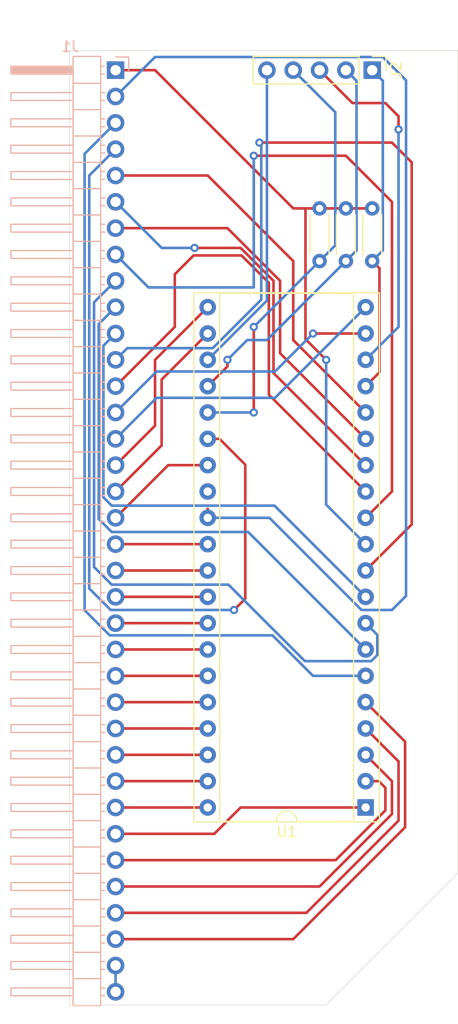
<source format=kicad_pcb>
(kicad_pcb (version 20171130) (host pcbnew 5.1.6-c6e7f7d~86~ubuntu18.04.1)

  (general
    (thickness 1.6)
    (drawings 7)
    (tracks 179)
    (zones 0)
    (modules 6)
    (nets 42)
  )

  (page A4)
  (layers
    (0 F.Cu signal)
    (31 B.Cu signal)
    (32 B.Adhes user)
    (33 F.Adhes user)
    (34 B.Paste user)
    (35 F.Paste user)
    (36 B.SilkS user)
    (37 F.SilkS user)
    (38 B.Mask user)
    (39 F.Mask user)
    (40 Dwgs.User user)
    (41 Cmts.User user)
    (42 Eco1.User user)
    (43 Eco2.User user)
    (44 Edge.Cuts user)
    (45 Margin user)
    (46 B.CrtYd user)
    (47 F.CrtYd user)
    (48 B.Fab user)
    (49 F.Fab user)
  )

  (setup
    (last_trace_width 0.25)
    (trace_clearance 0.2)
    (zone_clearance 0.508)
    (zone_45_only no)
    (trace_min 0.2)
    (via_size 0.8)
    (via_drill 0.4)
    (via_min_size 0.4)
    (via_min_drill 0.3)
    (uvia_size 0.3)
    (uvia_drill 0.1)
    (uvias_allowed no)
    (uvia_min_size 0.2)
    (uvia_min_drill 0.1)
    (edge_width 0.05)
    (segment_width 0.2)
    (pcb_text_width 0.3)
    (pcb_text_size 1.5 1.5)
    (mod_edge_width 0.12)
    (mod_text_size 1 1)
    (mod_text_width 0.15)
    (pad_size 1.524 1.524)
    (pad_drill 0.762)
    (pad_to_mask_clearance 0.05)
    (aux_axis_origin 0 0)
    (visible_elements FFFFFF7F)
    (pcbplotparams
      (layerselection 0x010fc_ffffffff)
      (usegerberextensions false)
      (usegerberattributes true)
      (usegerberadvancedattributes true)
      (creategerberjobfile true)
      (excludeedgelayer true)
      (linewidth 0.100000)
      (plotframeref false)
      (viasonmask false)
      (mode 1)
      (useauxorigin false)
      (hpglpennumber 1)
      (hpglpenspeed 20)
      (hpglpendiameter 15.000000)
      (psnegative false)
      (psa4output false)
      (plotreference true)
      (plotvalue true)
      (plotinvisibletext false)
      (padsonsilk false)
      (subtractmaskfromsilk false)
      (outputformat 1)
      (mirror false)
      (drillshape 1)
      (scaleselection 1)
      (outputdirectory ""))
  )

  (net 0 "")
  (net 1 "Net-(J1-Pad35)")
  (net 2 "Net-(J1-Pad34)")
  (net 3 "Net-(J1-Pad33)")
  (net 4 "Net-(J1-Pad32)")
  (net 5 "Net-(J1-Pad31)")
  (net 6 "Net-(J1-Pad30)")
  (net 7 "Net-(J1-Pad29)")
  (net 8 "Net-(J1-Pad28)")
  (net 9 "Net-(J1-Pad27)")
  (net 10 "Net-(J1-Pad26)")
  (net 11 "Net-(J1-Pad25)")
  (net 12 "Net-(J1-Pad24)")
  (net 13 "Net-(J1-Pad23)")
  (net 14 "Net-(J1-Pad22)")
  (net 15 "Net-(J1-Pad21)")
  (net 16 "Net-(J1-Pad20)")
  (net 17 "Net-(J1-Pad19)")
  (net 18 "Net-(J1-Pad18)")
  (net 19 "Net-(J1-Pad17)")
  (net 20 "Net-(J1-Pad16)")
  (net 21 "Net-(J1-Pad15)")
  (net 22 "Net-(J1-Pad14)")
  (net 23 "Net-(J1-Pad13)")
  (net 24 "Net-(J1-Pad12)")
  (net 25 "Net-(J1-Pad11)")
  (net 26 "Net-(J1-Pad10)")
  (net 27 "Net-(J1-Pad9)")
  (net 28 "Net-(J1-Pad8)")
  (net 29 "Net-(J1-Pad7)")
  (net 30 "Net-(J1-Pad6)")
  (net 31 "Net-(J1-Pad5)")
  (net 32 "Net-(J1-Pad4)")
  (net 33 "Net-(J1-Pad3)")
  (net 34 GND)
  (net 35 +5V)
  (net 36 "Net-(J2-Pad5)")
  (net 37 "Net-(J2-Pad4)")
  (net 38 "Net-(J2-Pad3)")
  (net 39 "Net-(J2-Pad2)")
  (net 40 "Net-(J2-Pad1)")
  (net 41 "Net-(U1-Pad28)")

  (net_class Default "This is the default net class."
    (clearance 0.2)
    (trace_width 0.25)
    (via_dia 0.8)
    (via_drill 0.4)
    (uvia_dia 0.3)
    (uvia_drill 0.1)
    (add_net +5V)
    (add_net GND)
    (add_net "Net-(J1-Pad10)")
    (add_net "Net-(J1-Pad11)")
    (add_net "Net-(J1-Pad12)")
    (add_net "Net-(J1-Pad13)")
    (add_net "Net-(J1-Pad14)")
    (add_net "Net-(J1-Pad15)")
    (add_net "Net-(J1-Pad16)")
    (add_net "Net-(J1-Pad17)")
    (add_net "Net-(J1-Pad18)")
    (add_net "Net-(J1-Pad19)")
    (add_net "Net-(J1-Pad20)")
    (add_net "Net-(J1-Pad21)")
    (add_net "Net-(J1-Pad22)")
    (add_net "Net-(J1-Pad23)")
    (add_net "Net-(J1-Pad24)")
    (add_net "Net-(J1-Pad25)")
    (add_net "Net-(J1-Pad26)")
    (add_net "Net-(J1-Pad27)")
    (add_net "Net-(J1-Pad28)")
    (add_net "Net-(J1-Pad29)")
    (add_net "Net-(J1-Pad3)")
    (add_net "Net-(J1-Pad30)")
    (add_net "Net-(J1-Pad31)")
    (add_net "Net-(J1-Pad32)")
    (add_net "Net-(J1-Pad33)")
    (add_net "Net-(J1-Pad34)")
    (add_net "Net-(J1-Pad35)")
    (add_net "Net-(J1-Pad4)")
    (add_net "Net-(J1-Pad5)")
    (add_net "Net-(J1-Pad6)")
    (add_net "Net-(J1-Pad7)")
    (add_net "Net-(J1-Pad8)")
    (add_net "Net-(J1-Pad9)")
    (add_net "Net-(J2-Pad1)")
    (add_net "Net-(J2-Pad2)")
    (add_net "Net-(J2-Pad3)")
    (add_net "Net-(J2-Pad4)")
    (add_net "Net-(J2-Pad5)")
    (add_net "Net-(U1-Pad28)")
  )

  (module Package_DIP:DIP-40_W15.24mm_Socket (layer F.Cu) (tedit 5A02E8C5) (tstamp 5ECC07FE)
    (at 143.51 120.65 180)
    (descr "40-lead though-hole mounted DIP package, row spacing 15.24 mm (600 mils), Socket")
    (tags "THT DIP DIL PDIP 2.54mm 15.24mm 600mil Socket")
    (path /5ECBCB2A)
    (fp_text reference U1 (at 7.62 -2.33) (layer F.SilkS)
      (effects (font (size 1 1) (thickness 0.15)))
    )
    (fp_text value Z80CPU (at 7.62 50.59) (layer F.Fab)
      (effects (font (size 1 1) (thickness 0.15)))
    )
    (fp_line (start 16.8 -1.6) (end -1.55 -1.6) (layer F.CrtYd) (width 0.05))
    (fp_line (start 16.8 49.85) (end 16.8 -1.6) (layer F.CrtYd) (width 0.05))
    (fp_line (start -1.55 49.85) (end 16.8 49.85) (layer F.CrtYd) (width 0.05))
    (fp_line (start -1.55 -1.6) (end -1.55 49.85) (layer F.CrtYd) (width 0.05))
    (fp_line (start 16.57 -1.39) (end -1.33 -1.39) (layer F.SilkS) (width 0.12))
    (fp_line (start 16.57 49.65) (end 16.57 -1.39) (layer F.SilkS) (width 0.12))
    (fp_line (start -1.33 49.65) (end 16.57 49.65) (layer F.SilkS) (width 0.12))
    (fp_line (start -1.33 -1.39) (end -1.33 49.65) (layer F.SilkS) (width 0.12))
    (fp_line (start 14.08 -1.33) (end 8.62 -1.33) (layer F.SilkS) (width 0.12))
    (fp_line (start 14.08 49.59) (end 14.08 -1.33) (layer F.SilkS) (width 0.12))
    (fp_line (start 1.16 49.59) (end 14.08 49.59) (layer F.SilkS) (width 0.12))
    (fp_line (start 1.16 -1.33) (end 1.16 49.59) (layer F.SilkS) (width 0.12))
    (fp_line (start 6.62 -1.33) (end 1.16 -1.33) (layer F.SilkS) (width 0.12))
    (fp_line (start 16.51 -1.33) (end -1.27 -1.33) (layer F.Fab) (width 0.1))
    (fp_line (start 16.51 49.59) (end 16.51 -1.33) (layer F.Fab) (width 0.1))
    (fp_line (start -1.27 49.59) (end 16.51 49.59) (layer F.Fab) (width 0.1))
    (fp_line (start -1.27 -1.33) (end -1.27 49.59) (layer F.Fab) (width 0.1))
    (fp_line (start 0.255 -0.27) (end 1.255 -1.27) (layer F.Fab) (width 0.1))
    (fp_line (start 0.255 49.53) (end 0.255 -0.27) (layer F.Fab) (width 0.1))
    (fp_line (start 14.985 49.53) (end 0.255 49.53) (layer F.Fab) (width 0.1))
    (fp_line (start 14.985 -1.27) (end 14.985 49.53) (layer F.Fab) (width 0.1))
    (fp_line (start 1.255 -1.27) (end 14.985 -1.27) (layer F.Fab) (width 0.1))
    (fp_text user %R (at 7.62 24.13) (layer F.Fab)
      (effects (font (size 1 1) (thickness 0.15)))
    )
    (fp_arc (start 7.62 -1.33) (end 6.62 -1.33) (angle -180) (layer F.SilkS) (width 0.12))
    (pad 40 thru_hole oval (at 15.24 0 180) (size 1.6 1.6) (drill 0.8) (layers *.Cu *.Mask)
      (net 7 "Net-(J1-Pad29)"))
    (pad 20 thru_hole oval (at 0 48.26 180) (size 1.6 1.6) (drill 0.8) (layers *.Cu *.Mask)
      (net 21 "Net-(J1-Pad15)"))
    (pad 39 thru_hole oval (at 15.24 2.54 180) (size 1.6 1.6) (drill 0.8) (layers *.Cu *.Mask)
      (net 8 "Net-(J1-Pad28)"))
    (pad 19 thru_hole oval (at 0 45.72 180) (size 1.6 1.6) (drill 0.8) (layers *.Cu *.Mask)
      (net 22 "Net-(J1-Pad14)"))
    (pad 38 thru_hole oval (at 15.24 5.08 180) (size 1.6 1.6) (drill 0.8) (layers *.Cu *.Mask)
      (net 9 "Net-(J1-Pad27)"))
    (pad 18 thru_hole oval (at 0 43.18 180) (size 1.6 1.6) (drill 0.8) (layers *.Cu *.Mask)
      (net 38 "Net-(J2-Pad3)"))
    (pad 37 thru_hole oval (at 15.24 7.62 180) (size 1.6 1.6) (drill 0.8) (layers *.Cu *.Mask)
      (net 10 "Net-(J1-Pad26)"))
    (pad 17 thru_hole oval (at 0 40.64 180) (size 1.6 1.6) (drill 0.8) (layers *.Cu *.Mask)
      (net 40 "Net-(J2-Pad1)"))
    (pad 36 thru_hole oval (at 15.24 10.16 180) (size 1.6 1.6) (drill 0.8) (layers *.Cu *.Mask)
      (net 11 "Net-(J1-Pad25)"))
    (pad 16 thru_hole oval (at 0 38.1 180) (size 1.6 1.6) (drill 0.8) (layers *.Cu *.Mask)
      (net 31 "Net-(J1-Pad5)"))
    (pad 35 thru_hole oval (at 15.24 12.7 180) (size 1.6 1.6) (drill 0.8) (layers *.Cu *.Mask)
      (net 12 "Net-(J1-Pad24)"))
    (pad 15 thru_hole oval (at 0 35.56 180) (size 1.6 1.6) (drill 0.8) (layers *.Cu *.Mask)
      (net 29 "Net-(J1-Pad7)"))
    (pad 34 thru_hole oval (at 15.24 15.24 180) (size 1.6 1.6) (drill 0.8) (layers *.Cu *.Mask)
      (net 13 "Net-(J1-Pad23)"))
    (pad 14 thru_hole oval (at 0 33.02 180) (size 1.6 1.6) (drill 0.8) (layers *.Cu *.Mask)
      (net 30 "Net-(J1-Pad6)"))
    (pad 33 thru_hole oval (at 15.24 17.78 180) (size 1.6 1.6) (drill 0.8) (layers *.Cu *.Mask)
      (net 14 "Net-(J1-Pad22)"))
    (pad 13 thru_hole oval (at 0 30.48 180) (size 1.6 1.6) (drill 0.8) (layers *.Cu *.Mask)
      (net 23 "Net-(J1-Pad13)"))
    (pad 32 thru_hole oval (at 15.24 20.32 180) (size 1.6 1.6) (drill 0.8) (layers *.Cu *.Mask)
      (net 15 "Net-(J1-Pad21)"))
    (pad 12 thru_hole oval (at 0 27.94 180) (size 1.6 1.6) (drill 0.8) (layers *.Cu *.Mask)
      (net 28 "Net-(J1-Pad8)"))
    (pad 31 thru_hole oval (at 15.24 22.86 180) (size 1.6 1.6) (drill 0.8) (layers *.Cu *.Mask)
      (net 16 "Net-(J1-Pad20)"))
    (pad 11 thru_hole oval (at 0 25.4 180) (size 1.6 1.6) (drill 0.8) (layers *.Cu *.Mask)
      (net 35 +5V))
    (pad 30 thru_hole oval (at 15.24 25.4 180) (size 1.6 1.6) (drill 0.8) (layers *.Cu *.Mask)
      (net 17 "Net-(J1-Pad19)"))
    (pad 10 thru_hole oval (at 0 22.86 180) (size 1.6 1.6) (drill 0.8) (layers *.Cu *.Mask)
      (net 24 "Net-(J1-Pad12)"))
    (pad 29 thru_hole oval (at 15.24 27.94 180) (size 1.6 1.6) (drill 0.8) (layers *.Cu *.Mask)
      (net 34 GND))
    (pad 9 thru_hole oval (at 0 20.32 180) (size 1.6 1.6) (drill 0.8) (layers *.Cu *.Mask)
      (net 25 "Net-(J1-Pad11)"))
    (pad 28 thru_hole oval (at 15.24 30.48 180) (size 1.6 1.6) (drill 0.8) (layers *.Cu *.Mask)
      (net 41 "Net-(U1-Pad28)"))
    (pad 8 thru_hole oval (at 0 17.78 180) (size 1.6 1.6) (drill 0.8) (layers *.Cu *.Mask)
      (net 27 "Net-(J1-Pad9)"))
    (pad 27 thru_hole oval (at 15.24 33.02 180) (size 1.6 1.6) (drill 0.8) (layers *.Cu *.Mask)
      (net 18 "Net-(J1-Pad18)"))
    (pad 7 thru_hole oval (at 0 15.24 180) (size 1.6 1.6) (drill 0.8) (layers *.Cu *.Mask)
      (net 26 "Net-(J1-Pad10)"))
    (pad 26 thru_hole oval (at 15.24 35.56 180) (size 1.6 1.6) (drill 0.8) (layers *.Cu *.Mask)
      (net 32 "Net-(J1-Pad4)"))
    (pad 6 thru_hole oval (at 0 12.7 180) (size 1.6 1.6) (drill 0.8) (layers *.Cu *.Mask)
      (net 33 "Net-(J1-Pad3)"))
    (pad 25 thru_hole oval (at 15.24 38.1 180) (size 1.6 1.6) (drill 0.8) (layers *.Cu *.Mask)
      (net 37 "Net-(J2-Pad4)"))
    (pad 5 thru_hole oval (at 0 10.16 180) (size 1.6 1.6) (drill 0.8) (layers *.Cu *.Mask)
      (net 2 "Net-(J1-Pad34)"))
    (pad 24 thru_hole oval (at 15.24 40.64 180) (size 1.6 1.6) (drill 0.8) (layers *.Cu *.Mask)
      (net 39 "Net-(J2-Pad2)"))
    (pad 4 thru_hole oval (at 0 7.62 180) (size 1.6 1.6) (drill 0.8) (layers *.Cu *.Mask)
      (net 3 "Net-(J1-Pad33)"))
    (pad 23 thru_hole oval (at 15.24 43.18 180) (size 1.6 1.6) (drill 0.8) (layers *.Cu *.Mask)
      (net 36 "Net-(J2-Pad5)"))
    (pad 3 thru_hole oval (at 0 5.08 180) (size 1.6 1.6) (drill 0.8) (layers *.Cu *.Mask)
      (net 4 "Net-(J1-Pad32)"))
    (pad 22 thru_hole oval (at 15.24 45.72 180) (size 1.6 1.6) (drill 0.8) (layers *.Cu *.Mask)
      (net 19 "Net-(J1-Pad17)"))
    (pad 2 thru_hole oval (at 0 2.54 180) (size 1.6 1.6) (drill 0.8) (layers *.Cu *.Mask)
      (net 5 "Net-(J1-Pad31)"))
    (pad 21 thru_hole oval (at 15.24 48.26 180) (size 1.6 1.6) (drill 0.8) (layers *.Cu *.Mask)
      (net 20 "Net-(J1-Pad16)"))
    (pad 1 thru_hole rect (at 0 0 180) (size 1.6 1.6) (drill 0.8) (layers *.Cu *.Mask)
      (net 6 "Net-(J1-Pad30)"))
    (model ${KISYS3DMOD}/Package_DIP.3dshapes/DIP-40_W15.24mm_Socket.wrl
      (at (xyz 0 0 0))
      (scale (xyz 1 1 1))
      (rotate (xyz 0 0 0))
    )
  )

  (module Resistor_THT:R_Axial_DIN0204_L3.6mm_D1.6mm_P5.08mm_Horizontal (layer F.Cu) (tedit 5AE5139B) (tstamp 5ECC07BA)
    (at 139.065 62.865 270)
    (descr "Resistor, Axial_DIN0204 series, Axial, Horizontal, pin pitch=5.08mm, 0.167W, length*diameter=3.6*1.6mm^2, http://cdn-reichelt.de/documents/datenblatt/B400/1_4W%23YAG.pdf")
    (tags "Resistor Axial_DIN0204 series Axial Horizontal pin pitch 5.08mm 0.167W length 3.6mm diameter 1.6mm")
    (path /5ED15680)
    (fp_text reference R4 (at 2.54 -1.92 90) (layer F.SilkS) hide
      (effects (font (size 1 1) (thickness 0.15)))
    )
    (fp_text value 10k (at 2.54 0 90) (layer F.Fab)
      (effects (font (size 1 1) (thickness 0.15)))
    )
    (fp_line (start 6.03 -1.05) (end -0.95 -1.05) (layer F.CrtYd) (width 0.05))
    (fp_line (start 6.03 1.05) (end 6.03 -1.05) (layer F.CrtYd) (width 0.05))
    (fp_line (start -0.95 1.05) (end 6.03 1.05) (layer F.CrtYd) (width 0.05))
    (fp_line (start -0.95 -1.05) (end -0.95 1.05) (layer F.CrtYd) (width 0.05))
    (fp_line (start 0.62 0.92) (end 4.46 0.92) (layer F.SilkS) (width 0.12))
    (fp_line (start 0.62 -0.92) (end 4.46 -0.92) (layer F.SilkS) (width 0.12))
    (fp_line (start 5.08 0) (end 4.34 0) (layer F.Fab) (width 0.1))
    (fp_line (start 0 0) (end 0.74 0) (layer F.Fab) (width 0.1))
    (fp_line (start 4.34 -0.8) (end 0.74 -0.8) (layer F.Fab) (width 0.1))
    (fp_line (start 4.34 0.8) (end 4.34 -0.8) (layer F.Fab) (width 0.1))
    (fp_line (start 0.74 0.8) (end 4.34 0.8) (layer F.Fab) (width 0.1))
    (fp_line (start 0.74 -0.8) (end 0.74 0.8) (layer F.Fab) (width 0.1))
    (fp_text user %R (at -2.54 0 90) (layer F.Fab)
      (effects (font (size 0.72 0.72) (thickness 0.108)))
    )
    (pad 2 thru_hole oval (at 5.08 0 270) (size 1.4 1.4) (drill 0.7) (layers *.Cu *.Mask)
      (net 37 "Net-(J2-Pad4)"))
    (pad 1 thru_hole circle (at 0 0 270) (size 1.4 1.4) (drill 0.7) (layers *.Cu *.Mask)
      (net 35 +5V))
    (model ${KISYS3DMOD}/Resistor_THT.3dshapes/R_Axial_DIN0204_L3.6mm_D1.6mm_P5.08mm_Horizontal.wrl
      (at (xyz 0 0 0))
      (scale (xyz 1 1 1))
      (rotate (xyz 0 0 0))
    )
  )

  (module Resistor_THT:R_Axial_DIN0204_L3.6mm_D1.6mm_P5.08mm_Horizontal (layer F.Cu) (tedit 5AE5139B) (tstamp 5ECC07A7)
    (at 141.605 62.865 270)
    (descr "Resistor, Axial_DIN0204 series, Axial, Horizontal, pin pitch=5.08mm, 0.167W, length*diameter=3.6*1.6mm^2, http://cdn-reichelt.de/documents/datenblatt/B400/1_4W%23YAG.pdf")
    (tags "Resistor Axial_DIN0204 series Axial Horizontal pin pitch 5.08mm 0.167W length 3.6mm diameter 1.6mm")
    (path /5ED0F2DF)
    (fp_text reference R3 (at 2.54 -1.92 90) (layer F.SilkS) hide
      (effects (font (size 1 1) (thickness 0.15)))
    )
    (fp_text value 10k (at 2.54 0 90) (layer F.Fab)
      (effects (font (size 1 1) (thickness 0.15)))
    )
    (fp_line (start 6.03 -1.05) (end -0.95 -1.05) (layer F.CrtYd) (width 0.05))
    (fp_line (start 6.03 1.05) (end 6.03 -1.05) (layer F.CrtYd) (width 0.05))
    (fp_line (start -0.95 1.05) (end 6.03 1.05) (layer F.CrtYd) (width 0.05))
    (fp_line (start -0.95 -1.05) (end -0.95 1.05) (layer F.CrtYd) (width 0.05))
    (fp_line (start 0.62 0.92) (end 4.46 0.92) (layer F.SilkS) (width 0.12))
    (fp_line (start 0.62 -0.92) (end 4.46 -0.92) (layer F.SilkS) (width 0.12))
    (fp_line (start 5.08 0) (end 4.34 0) (layer F.Fab) (width 0.1))
    (fp_line (start 0 0) (end 0.74 0) (layer F.Fab) (width 0.1))
    (fp_line (start 4.34 -0.8) (end 0.74 -0.8) (layer F.Fab) (width 0.1))
    (fp_line (start 4.34 0.8) (end 4.34 -0.8) (layer F.Fab) (width 0.1))
    (fp_line (start 0.74 0.8) (end 4.34 0.8) (layer F.Fab) (width 0.1))
    (fp_line (start 0.74 -0.8) (end 0.74 0.8) (layer F.Fab) (width 0.1))
    (fp_text user %R (at -2.54 0 90) (layer F.Fab)
      (effects (font (size 0.72 0.72) (thickness 0.108)))
    )
    (pad 2 thru_hole oval (at 5.08 0 270) (size 1.4 1.4) (drill 0.7) (layers *.Cu *.Mask)
      (net 39 "Net-(J2-Pad2)"))
    (pad 1 thru_hole circle (at 0 0 270) (size 1.4 1.4) (drill 0.7) (layers *.Cu *.Mask)
      (net 35 +5V))
    (model ${KISYS3DMOD}/Resistor_THT.3dshapes/R_Axial_DIN0204_L3.6mm_D1.6mm_P5.08mm_Horizontal.wrl
      (at (xyz 0 0 0))
      (scale (xyz 1 1 1))
      (rotate (xyz 0 0 0))
    )
  )

  (module Resistor_THT:R_Axial_DIN0204_L3.6mm_D1.6mm_P5.08mm_Horizontal (layer F.Cu) (tedit 5AE5139B) (tstamp 5ECC0781)
    (at 144.145 67.945 90)
    (descr "Resistor, Axial_DIN0204 series, Axial, Horizontal, pin pitch=5.08mm, 0.167W, length*diameter=3.6*1.6mm^2, http://cdn-reichelt.de/documents/datenblatt/B400/1_4W%23YAG.pdf")
    (tags "Resistor Axial_DIN0204 series Axial Horizontal pin pitch 5.08mm 0.167W length 3.6mm diameter 1.6mm")
    (path /5ED00395)
    (fp_text reference R1 (at 2.54 -1.92 90) (layer F.SilkS) hide
      (effects (font (size 1 1) (thickness 0.15)))
    )
    (fp_text value 10k (at 2.54 0 90) (layer F.Fab)
      (effects (font (size 1 1) (thickness 0.15)))
    )
    (fp_line (start 6.03 -1.05) (end -0.95 -1.05) (layer F.CrtYd) (width 0.05))
    (fp_line (start 6.03 1.05) (end 6.03 -1.05) (layer F.CrtYd) (width 0.05))
    (fp_line (start -0.95 1.05) (end 6.03 1.05) (layer F.CrtYd) (width 0.05))
    (fp_line (start -0.95 -1.05) (end -0.95 1.05) (layer F.CrtYd) (width 0.05))
    (fp_line (start 0.62 0.92) (end 4.46 0.92) (layer F.SilkS) (width 0.12))
    (fp_line (start 0.62 -0.92) (end 4.46 -0.92) (layer F.SilkS) (width 0.12))
    (fp_line (start 5.08 0) (end 4.34 0) (layer F.Fab) (width 0.1))
    (fp_line (start 0 0) (end 0.74 0) (layer F.Fab) (width 0.1))
    (fp_line (start 4.34 -0.8) (end 0.74 -0.8) (layer F.Fab) (width 0.1))
    (fp_line (start 4.34 0.8) (end 4.34 -0.8) (layer F.Fab) (width 0.1))
    (fp_line (start 0.74 0.8) (end 4.34 0.8) (layer F.Fab) (width 0.1))
    (fp_line (start 0.74 -0.8) (end 0.74 0.8) (layer F.Fab) (width 0.1))
    (fp_text user %R (at -2.54 0 90) (layer F.Fab)
      (effects (font (size 0.72 0.72) (thickness 0.108)))
    )
    (pad 2 thru_hole oval (at 5.08 0 90) (size 1.4 1.4) (drill 0.7) (layers *.Cu *.Mask)
      (net 35 +5V))
    (pad 1 thru_hole circle (at 0 0 90) (size 1.4 1.4) (drill 0.7) (layers *.Cu *.Mask)
      (net 40 "Net-(J2-Pad1)"))
    (model ${KISYS3DMOD}/Resistor_THT.3dshapes/R_Axial_DIN0204_L3.6mm_D1.6mm_P5.08mm_Horizontal.wrl
      (at (xyz 0 0 0))
      (scale (xyz 1 1 1))
      (rotate (xyz 0 0 0))
    )
  )

  (module Connector_PinHeader_2.54mm:PinHeader_1x05_P2.54mm_Vertical (layer F.Cu) (tedit 59FED5CC) (tstamp 5ECC076E)
    (at 144.145 49.53 270)
    (descr "Through hole straight pin header, 1x05, 2.54mm pitch, single row")
    (tags "Through hole pin header THT 1x05 2.54mm single row")
    (path /5ED67FDA)
    (fp_text reference J2 (at 0 -2.33 90) (layer F.SilkS)
      (effects (font (size 1 1) (thickness 0.15)))
    )
    (fp_text value Conn_01x05_Male (at 0 12.49 90) (layer F.Fab)
      (effects (font (size 1 1) (thickness 0.15)))
    )
    (fp_line (start 1.8 -1.8) (end -1.8 -1.8) (layer F.CrtYd) (width 0.05))
    (fp_line (start 1.8 11.95) (end 1.8 -1.8) (layer F.CrtYd) (width 0.05))
    (fp_line (start -1.8 11.95) (end 1.8 11.95) (layer F.CrtYd) (width 0.05))
    (fp_line (start -1.8 -1.8) (end -1.8 11.95) (layer F.CrtYd) (width 0.05))
    (fp_line (start -1.33 -1.33) (end 0 -1.33) (layer F.SilkS) (width 0.12))
    (fp_line (start -1.33 0) (end -1.33 -1.33) (layer F.SilkS) (width 0.12))
    (fp_line (start -1.33 1.27) (end 1.33 1.27) (layer F.SilkS) (width 0.12))
    (fp_line (start 1.33 1.27) (end 1.33 11.49) (layer F.SilkS) (width 0.12))
    (fp_line (start -1.33 1.27) (end -1.33 11.49) (layer F.SilkS) (width 0.12))
    (fp_line (start -1.33 11.49) (end 1.33 11.49) (layer F.SilkS) (width 0.12))
    (fp_line (start -1.27 -0.635) (end -0.635 -1.27) (layer F.Fab) (width 0.1))
    (fp_line (start -1.27 11.43) (end -1.27 -0.635) (layer F.Fab) (width 0.1))
    (fp_line (start 1.27 11.43) (end -1.27 11.43) (layer F.Fab) (width 0.1))
    (fp_line (start 1.27 -1.27) (end 1.27 11.43) (layer F.Fab) (width 0.1))
    (fp_line (start -0.635 -1.27) (end 1.27 -1.27) (layer F.Fab) (width 0.1))
    (fp_text user %R (at 0 5.08) (layer F.Fab)
      (effects (font (size 1 1) (thickness 0.15)))
    )
    (pad 5 thru_hole oval (at 0 10.16 270) (size 1.7 1.7) (drill 1) (layers *.Cu *.Mask)
      (net 36 "Net-(J2-Pad5)"))
    (pad 4 thru_hole oval (at 0 7.62 270) (size 1.7 1.7) (drill 1) (layers *.Cu *.Mask)
      (net 37 "Net-(J2-Pad4)"))
    (pad 3 thru_hole oval (at 0 5.08 270) (size 1.7 1.7) (drill 1) (layers *.Cu *.Mask)
      (net 38 "Net-(J2-Pad3)"))
    (pad 2 thru_hole oval (at 0 2.54 270) (size 1.7 1.7) (drill 1) (layers *.Cu *.Mask)
      (net 39 "Net-(J2-Pad2)"))
    (pad 1 thru_hole rect (at 0 0 270) (size 1.7 1.7) (drill 1) (layers *.Cu *.Mask)
      (net 40 "Net-(J2-Pad1)"))
    (model ${KISYS3DMOD}/Connector_PinHeader_2.54mm.3dshapes/PinHeader_1x05_P2.54mm_Vertical.wrl
      (at (xyz 0 0 0))
      (scale (xyz 1 1 1))
      (rotate (xyz 0 0 0))
    )
  )

  (module Connector_PinHeader_2.54mm:PinHeader_1x36_P2.54mm_Horizontal (layer B.Cu) (tedit 59FED5CB) (tstamp 5ECC0755)
    (at 119.38 49.53 180)
    (descr "Through hole angled pin header, 1x36, 2.54mm pitch, 6mm pin length, single row")
    (tags "Through hole angled pin header THT 1x36 2.54mm single row")
    (path /5ECBE25C)
    (fp_text reference J1 (at 4.385 2.27) (layer B.SilkS)
      (effects (font (size 1 1) (thickness 0.15)) (justify mirror))
    )
    (fp_text value Conn_01x36_Male (at 4.385 -91.17) (layer B.Fab)
      (effects (font (size 1 1) (thickness 0.15)) (justify mirror))
    )
    (fp_line (start 10.55 1.8) (end -1.8 1.8) (layer B.CrtYd) (width 0.05))
    (fp_line (start 10.55 -90.7) (end 10.55 1.8) (layer B.CrtYd) (width 0.05))
    (fp_line (start -1.8 -90.7) (end 10.55 -90.7) (layer B.CrtYd) (width 0.05))
    (fp_line (start -1.8 1.8) (end -1.8 -90.7) (layer B.CrtYd) (width 0.05))
    (fp_line (start -1.27 1.27) (end 0 1.27) (layer B.SilkS) (width 0.12))
    (fp_line (start -1.27 0) (end -1.27 1.27) (layer B.SilkS) (width 0.12))
    (fp_line (start 1.042929 -89.28) (end 1.44 -89.28) (layer B.SilkS) (width 0.12))
    (fp_line (start 1.042929 -88.52) (end 1.44 -88.52) (layer B.SilkS) (width 0.12))
    (fp_line (start 10.1 -89.28) (end 4.1 -89.28) (layer B.SilkS) (width 0.12))
    (fp_line (start 10.1 -88.52) (end 10.1 -89.28) (layer B.SilkS) (width 0.12))
    (fp_line (start 4.1 -88.52) (end 10.1 -88.52) (layer B.SilkS) (width 0.12))
    (fp_line (start 1.44 -87.63) (end 4.1 -87.63) (layer B.SilkS) (width 0.12))
    (fp_line (start 1.042929 -86.74) (end 1.44 -86.74) (layer B.SilkS) (width 0.12))
    (fp_line (start 1.042929 -85.98) (end 1.44 -85.98) (layer B.SilkS) (width 0.12))
    (fp_line (start 10.1 -86.74) (end 4.1 -86.74) (layer B.SilkS) (width 0.12))
    (fp_line (start 10.1 -85.98) (end 10.1 -86.74) (layer B.SilkS) (width 0.12))
    (fp_line (start 4.1 -85.98) (end 10.1 -85.98) (layer B.SilkS) (width 0.12))
    (fp_line (start 1.44 -85.09) (end 4.1 -85.09) (layer B.SilkS) (width 0.12))
    (fp_line (start 1.042929 -84.2) (end 1.44 -84.2) (layer B.SilkS) (width 0.12))
    (fp_line (start 1.042929 -83.44) (end 1.44 -83.44) (layer B.SilkS) (width 0.12))
    (fp_line (start 10.1 -84.2) (end 4.1 -84.2) (layer B.SilkS) (width 0.12))
    (fp_line (start 10.1 -83.44) (end 10.1 -84.2) (layer B.SilkS) (width 0.12))
    (fp_line (start 4.1 -83.44) (end 10.1 -83.44) (layer B.SilkS) (width 0.12))
    (fp_line (start 1.44 -82.55) (end 4.1 -82.55) (layer B.SilkS) (width 0.12))
    (fp_line (start 1.042929 -81.66) (end 1.44 -81.66) (layer B.SilkS) (width 0.12))
    (fp_line (start 1.042929 -80.9) (end 1.44 -80.9) (layer B.SilkS) (width 0.12))
    (fp_line (start 10.1 -81.66) (end 4.1 -81.66) (layer B.SilkS) (width 0.12))
    (fp_line (start 10.1 -80.9) (end 10.1 -81.66) (layer B.SilkS) (width 0.12))
    (fp_line (start 4.1 -80.9) (end 10.1 -80.9) (layer B.SilkS) (width 0.12))
    (fp_line (start 1.44 -80.01) (end 4.1 -80.01) (layer B.SilkS) (width 0.12))
    (fp_line (start 1.042929 -79.12) (end 1.44 -79.12) (layer B.SilkS) (width 0.12))
    (fp_line (start 1.042929 -78.36) (end 1.44 -78.36) (layer B.SilkS) (width 0.12))
    (fp_line (start 10.1 -79.12) (end 4.1 -79.12) (layer B.SilkS) (width 0.12))
    (fp_line (start 10.1 -78.36) (end 10.1 -79.12) (layer B.SilkS) (width 0.12))
    (fp_line (start 4.1 -78.36) (end 10.1 -78.36) (layer B.SilkS) (width 0.12))
    (fp_line (start 1.44 -77.47) (end 4.1 -77.47) (layer B.SilkS) (width 0.12))
    (fp_line (start 1.042929 -76.58) (end 1.44 -76.58) (layer B.SilkS) (width 0.12))
    (fp_line (start 1.042929 -75.82) (end 1.44 -75.82) (layer B.SilkS) (width 0.12))
    (fp_line (start 10.1 -76.58) (end 4.1 -76.58) (layer B.SilkS) (width 0.12))
    (fp_line (start 10.1 -75.82) (end 10.1 -76.58) (layer B.SilkS) (width 0.12))
    (fp_line (start 4.1 -75.82) (end 10.1 -75.82) (layer B.SilkS) (width 0.12))
    (fp_line (start 1.44 -74.93) (end 4.1 -74.93) (layer B.SilkS) (width 0.12))
    (fp_line (start 1.042929 -74.04) (end 1.44 -74.04) (layer B.SilkS) (width 0.12))
    (fp_line (start 1.042929 -73.28) (end 1.44 -73.28) (layer B.SilkS) (width 0.12))
    (fp_line (start 10.1 -74.04) (end 4.1 -74.04) (layer B.SilkS) (width 0.12))
    (fp_line (start 10.1 -73.28) (end 10.1 -74.04) (layer B.SilkS) (width 0.12))
    (fp_line (start 4.1 -73.28) (end 10.1 -73.28) (layer B.SilkS) (width 0.12))
    (fp_line (start 1.44 -72.39) (end 4.1 -72.39) (layer B.SilkS) (width 0.12))
    (fp_line (start 1.042929 -71.5) (end 1.44 -71.5) (layer B.SilkS) (width 0.12))
    (fp_line (start 1.042929 -70.74) (end 1.44 -70.74) (layer B.SilkS) (width 0.12))
    (fp_line (start 10.1 -71.5) (end 4.1 -71.5) (layer B.SilkS) (width 0.12))
    (fp_line (start 10.1 -70.74) (end 10.1 -71.5) (layer B.SilkS) (width 0.12))
    (fp_line (start 4.1 -70.74) (end 10.1 -70.74) (layer B.SilkS) (width 0.12))
    (fp_line (start 1.44 -69.85) (end 4.1 -69.85) (layer B.SilkS) (width 0.12))
    (fp_line (start 1.042929 -68.96) (end 1.44 -68.96) (layer B.SilkS) (width 0.12))
    (fp_line (start 1.042929 -68.2) (end 1.44 -68.2) (layer B.SilkS) (width 0.12))
    (fp_line (start 10.1 -68.96) (end 4.1 -68.96) (layer B.SilkS) (width 0.12))
    (fp_line (start 10.1 -68.2) (end 10.1 -68.96) (layer B.SilkS) (width 0.12))
    (fp_line (start 4.1 -68.2) (end 10.1 -68.2) (layer B.SilkS) (width 0.12))
    (fp_line (start 1.44 -67.31) (end 4.1 -67.31) (layer B.SilkS) (width 0.12))
    (fp_line (start 1.042929 -66.42) (end 1.44 -66.42) (layer B.SilkS) (width 0.12))
    (fp_line (start 1.042929 -65.66) (end 1.44 -65.66) (layer B.SilkS) (width 0.12))
    (fp_line (start 10.1 -66.42) (end 4.1 -66.42) (layer B.SilkS) (width 0.12))
    (fp_line (start 10.1 -65.66) (end 10.1 -66.42) (layer B.SilkS) (width 0.12))
    (fp_line (start 4.1 -65.66) (end 10.1 -65.66) (layer B.SilkS) (width 0.12))
    (fp_line (start 1.44 -64.77) (end 4.1 -64.77) (layer B.SilkS) (width 0.12))
    (fp_line (start 1.042929 -63.88) (end 1.44 -63.88) (layer B.SilkS) (width 0.12))
    (fp_line (start 1.042929 -63.12) (end 1.44 -63.12) (layer B.SilkS) (width 0.12))
    (fp_line (start 10.1 -63.88) (end 4.1 -63.88) (layer B.SilkS) (width 0.12))
    (fp_line (start 10.1 -63.12) (end 10.1 -63.88) (layer B.SilkS) (width 0.12))
    (fp_line (start 4.1 -63.12) (end 10.1 -63.12) (layer B.SilkS) (width 0.12))
    (fp_line (start 1.44 -62.23) (end 4.1 -62.23) (layer B.SilkS) (width 0.12))
    (fp_line (start 1.042929 -61.34) (end 1.44 -61.34) (layer B.SilkS) (width 0.12))
    (fp_line (start 1.042929 -60.58) (end 1.44 -60.58) (layer B.SilkS) (width 0.12))
    (fp_line (start 10.1 -61.34) (end 4.1 -61.34) (layer B.SilkS) (width 0.12))
    (fp_line (start 10.1 -60.58) (end 10.1 -61.34) (layer B.SilkS) (width 0.12))
    (fp_line (start 4.1 -60.58) (end 10.1 -60.58) (layer B.SilkS) (width 0.12))
    (fp_line (start 1.44 -59.69) (end 4.1 -59.69) (layer B.SilkS) (width 0.12))
    (fp_line (start 1.042929 -58.8) (end 1.44 -58.8) (layer B.SilkS) (width 0.12))
    (fp_line (start 1.042929 -58.04) (end 1.44 -58.04) (layer B.SilkS) (width 0.12))
    (fp_line (start 10.1 -58.8) (end 4.1 -58.8) (layer B.SilkS) (width 0.12))
    (fp_line (start 10.1 -58.04) (end 10.1 -58.8) (layer B.SilkS) (width 0.12))
    (fp_line (start 4.1 -58.04) (end 10.1 -58.04) (layer B.SilkS) (width 0.12))
    (fp_line (start 1.44 -57.15) (end 4.1 -57.15) (layer B.SilkS) (width 0.12))
    (fp_line (start 1.042929 -56.26) (end 1.44 -56.26) (layer B.SilkS) (width 0.12))
    (fp_line (start 1.042929 -55.5) (end 1.44 -55.5) (layer B.SilkS) (width 0.12))
    (fp_line (start 10.1 -56.26) (end 4.1 -56.26) (layer B.SilkS) (width 0.12))
    (fp_line (start 10.1 -55.5) (end 10.1 -56.26) (layer B.SilkS) (width 0.12))
    (fp_line (start 4.1 -55.5) (end 10.1 -55.5) (layer B.SilkS) (width 0.12))
    (fp_line (start 1.44 -54.61) (end 4.1 -54.61) (layer B.SilkS) (width 0.12))
    (fp_line (start 1.042929 -53.72) (end 1.44 -53.72) (layer B.SilkS) (width 0.12))
    (fp_line (start 1.042929 -52.96) (end 1.44 -52.96) (layer B.SilkS) (width 0.12))
    (fp_line (start 10.1 -53.72) (end 4.1 -53.72) (layer B.SilkS) (width 0.12))
    (fp_line (start 10.1 -52.96) (end 10.1 -53.72) (layer B.SilkS) (width 0.12))
    (fp_line (start 4.1 -52.96) (end 10.1 -52.96) (layer B.SilkS) (width 0.12))
    (fp_line (start 1.44 -52.07) (end 4.1 -52.07) (layer B.SilkS) (width 0.12))
    (fp_line (start 1.042929 -51.18) (end 1.44 -51.18) (layer B.SilkS) (width 0.12))
    (fp_line (start 1.042929 -50.42) (end 1.44 -50.42) (layer B.SilkS) (width 0.12))
    (fp_line (start 10.1 -51.18) (end 4.1 -51.18) (layer B.SilkS) (width 0.12))
    (fp_line (start 10.1 -50.42) (end 10.1 -51.18) (layer B.SilkS) (width 0.12))
    (fp_line (start 4.1 -50.42) (end 10.1 -50.42) (layer B.SilkS) (width 0.12))
    (fp_line (start 1.44 -49.53) (end 4.1 -49.53) (layer B.SilkS) (width 0.12))
    (fp_line (start 1.042929 -48.64) (end 1.44 -48.64) (layer B.SilkS) (width 0.12))
    (fp_line (start 1.042929 -47.88) (end 1.44 -47.88) (layer B.SilkS) (width 0.12))
    (fp_line (start 10.1 -48.64) (end 4.1 -48.64) (layer B.SilkS) (width 0.12))
    (fp_line (start 10.1 -47.88) (end 10.1 -48.64) (layer B.SilkS) (width 0.12))
    (fp_line (start 4.1 -47.88) (end 10.1 -47.88) (layer B.SilkS) (width 0.12))
    (fp_line (start 1.44 -46.99) (end 4.1 -46.99) (layer B.SilkS) (width 0.12))
    (fp_line (start 1.042929 -46.1) (end 1.44 -46.1) (layer B.SilkS) (width 0.12))
    (fp_line (start 1.042929 -45.34) (end 1.44 -45.34) (layer B.SilkS) (width 0.12))
    (fp_line (start 10.1 -46.1) (end 4.1 -46.1) (layer B.SilkS) (width 0.12))
    (fp_line (start 10.1 -45.34) (end 10.1 -46.1) (layer B.SilkS) (width 0.12))
    (fp_line (start 4.1 -45.34) (end 10.1 -45.34) (layer B.SilkS) (width 0.12))
    (fp_line (start 1.44 -44.45) (end 4.1 -44.45) (layer B.SilkS) (width 0.12))
    (fp_line (start 1.042929 -43.56) (end 1.44 -43.56) (layer B.SilkS) (width 0.12))
    (fp_line (start 1.042929 -42.8) (end 1.44 -42.8) (layer B.SilkS) (width 0.12))
    (fp_line (start 10.1 -43.56) (end 4.1 -43.56) (layer B.SilkS) (width 0.12))
    (fp_line (start 10.1 -42.8) (end 10.1 -43.56) (layer B.SilkS) (width 0.12))
    (fp_line (start 4.1 -42.8) (end 10.1 -42.8) (layer B.SilkS) (width 0.12))
    (fp_line (start 1.44 -41.91) (end 4.1 -41.91) (layer B.SilkS) (width 0.12))
    (fp_line (start 1.042929 -41.02) (end 1.44 -41.02) (layer B.SilkS) (width 0.12))
    (fp_line (start 1.042929 -40.26) (end 1.44 -40.26) (layer B.SilkS) (width 0.12))
    (fp_line (start 10.1 -41.02) (end 4.1 -41.02) (layer B.SilkS) (width 0.12))
    (fp_line (start 10.1 -40.26) (end 10.1 -41.02) (layer B.SilkS) (width 0.12))
    (fp_line (start 4.1 -40.26) (end 10.1 -40.26) (layer B.SilkS) (width 0.12))
    (fp_line (start 1.44 -39.37) (end 4.1 -39.37) (layer B.SilkS) (width 0.12))
    (fp_line (start 1.042929 -38.48) (end 1.44 -38.48) (layer B.SilkS) (width 0.12))
    (fp_line (start 1.042929 -37.72) (end 1.44 -37.72) (layer B.SilkS) (width 0.12))
    (fp_line (start 10.1 -38.48) (end 4.1 -38.48) (layer B.SilkS) (width 0.12))
    (fp_line (start 10.1 -37.72) (end 10.1 -38.48) (layer B.SilkS) (width 0.12))
    (fp_line (start 4.1 -37.72) (end 10.1 -37.72) (layer B.SilkS) (width 0.12))
    (fp_line (start 1.44 -36.83) (end 4.1 -36.83) (layer B.SilkS) (width 0.12))
    (fp_line (start 1.042929 -35.94) (end 1.44 -35.94) (layer B.SilkS) (width 0.12))
    (fp_line (start 1.042929 -35.18) (end 1.44 -35.18) (layer B.SilkS) (width 0.12))
    (fp_line (start 10.1 -35.94) (end 4.1 -35.94) (layer B.SilkS) (width 0.12))
    (fp_line (start 10.1 -35.18) (end 10.1 -35.94) (layer B.SilkS) (width 0.12))
    (fp_line (start 4.1 -35.18) (end 10.1 -35.18) (layer B.SilkS) (width 0.12))
    (fp_line (start 1.44 -34.29) (end 4.1 -34.29) (layer B.SilkS) (width 0.12))
    (fp_line (start 1.042929 -33.4) (end 1.44 -33.4) (layer B.SilkS) (width 0.12))
    (fp_line (start 1.042929 -32.64) (end 1.44 -32.64) (layer B.SilkS) (width 0.12))
    (fp_line (start 10.1 -33.4) (end 4.1 -33.4) (layer B.SilkS) (width 0.12))
    (fp_line (start 10.1 -32.64) (end 10.1 -33.4) (layer B.SilkS) (width 0.12))
    (fp_line (start 4.1 -32.64) (end 10.1 -32.64) (layer B.SilkS) (width 0.12))
    (fp_line (start 1.44 -31.75) (end 4.1 -31.75) (layer B.SilkS) (width 0.12))
    (fp_line (start 1.042929 -30.86) (end 1.44 -30.86) (layer B.SilkS) (width 0.12))
    (fp_line (start 1.042929 -30.1) (end 1.44 -30.1) (layer B.SilkS) (width 0.12))
    (fp_line (start 10.1 -30.86) (end 4.1 -30.86) (layer B.SilkS) (width 0.12))
    (fp_line (start 10.1 -30.1) (end 10.1 -30.86) (layer B.SilkS) (width 0.12))
    (fp_line (start 4.1 -30.1) (end 10.1 -30.1) (layer B.SilkS) (width 0.12))
    (fp_line (start 1.44 -29.21) (end 4.1 -29.21) (layer B.SilkS) (width 0.12))
    (fp_line (start 1.042929 -28.32) (end 1.44 -28.32) (layer B.SilkS) (width 0.12))
    (fp_line (start 1.042929 -27.56) (end 1.44 -27.56) (layer B.SilkS) (width 0.12))
    (fp_line (start 10.1 -28.32) (end 4.1 -28.32) (layer B.SilkS) (width 0.12))
    (fp_line (start 10.1 -27.56) (end 10.1 -28.32) (layer B.SilkS) (width 0.12))
    (fp_line (start 4.1 -27.56) (end 10.1 -27.56) (layer B.SilkS) (width 0.12))
    (fp_line (start 1.44 -26.67) (end 4.1 -26.67) (layer B.SilkS) (width 0.12))
    (fp_line (start 1.042929 -25.78) (end 1.44 -25.78) (layer B.SilkS) (width 0.12))
    (fp_line (start 1.042929 -25.02) (end 1.44 -25.02) (layer B.SilkS) (width 0.12))
    (fp_line (start 10.1 -25.78) (end 4.1 -25.78) (layer B.SilkS) (width 0.12))
    (fp_line (start 10.1 -25.02) (end 10.1 -25.78) (layer B.SilkS) (width 0.12))
    (fp_line (start 4.1 -25.02) (end 10.1 -25.02) (layer B.SilkS) (width 0.12))
    (fp_line (start 1.44 -24.13) (end 4.1 -24.13) (layer B.SilkS) (width 0.12))
    (fp_line (start 1.042929 -23.24) (end 1.44 -23.24) (layer B.SilkS) (width 0.12))
    (fp_line (start 1.042929 -22.48) (end 1.44 -22.48) (layer B.SilkS) (width 0.12))
    (fp_line (start 10.1 -23.24) (end 4.1 -23.24) (layer B.SilkS) (width 0.12))
    (fp_line (start 10.1 -22.48) (end 10.1 -23.24) (layer B.SilkS) (width 0.12))
    (fp_line (start 4.1 -22.48) (end 10.1 -22.48) (layer B.SilkS) (width 0.12))
    (fp_line (start 1.44 -21.59) (end 4.1 -21.59) (layer B.SilkS) (width 0.12))
    (fp_line (start 1.042929 -20.7) (end 1.44 -20.7) (layer B.SilkS) (width 0.12))
    (fp_line (start 1.042929 -19.94) (end 1.44 -19.94) (layer B.SilkS) (width 0.12))
    (fp_line (start 10.1 -20.7) (end 4.1 -20.7) (layer B.SilkS) (width 0.12))
    (fp_line (start 10.1 -19.94) (end 10.1 -20.7) (layer B.SilkS) (width 0.12))
    (fp_line (start 4.1 -19.94) (end 10.1 -19.94) (layer B.SilkS) (width 0.12))
    (fp_line (start 1.44 -19.05) (end 4.1 -19.05) (layer B.SilkS) (width 0.12))
    (fp_line (start 1.042929 -18.16) (end 1.44 -18.16) (layer B.SilkS) (width 0.12))
    (fp_line (start 1.042929 -17.4) (end 1.44 -17.4) (layer B.SilkS) (width 0.12))
    (fp_line (start 10.1 -18.16) (end 4.1 -18.16) (layer B.SilkS) (width 0.12))
    (fp_line (start 10.1 -17.4) (end 10.1 -18.16) (layer B.SilkS) (width 0.12))
    (fp_line (start 4.1 -17.4) (end 10.1 -17.4) (layer B.SilkS) (width 0.12))
    (fp_line (start 1.44 -16.51) (end 4.1 -16.51) (layer B.SilkS) (width 0.12))
    (fp_line (start 1.042929 -15.62) (end 1.44 -15.62) (layer B.SilkS) (width 0.12))
    (fp_line (start 1.042929 -14.86) (end 1.44 -14.86) (layer B.SilkS) (width 0.12))
    (fp_line (start 10.1 -15.62) (end 4.1 -15.62) (layer B.SilkS) (width 0.12))
    (fp_line (start 10.1 -14.86) (end 10.1 -15.62) (layer B.SilkS) (width 0.12))
    (fp_line (start 4.1 -14.86) (end 10.1 -14.86) (layer B.SilkS) (width 0.12))
    (fp_line (start 1.44 -13.97) (end 4.1 -13.97) (layer B.SilkS) (width 0.12))
    (fp_line (start 1.042929 -13.08) (end 1.44 -13.08) (layer B.SilkS) (width 0.12))
    (fp_line (start 1.042929 -12.32) (end 1.44 -12.32) (layer B.SilkS) (width 0.12))
    (fp_line (start 10.1 -13.08) (end 4.1 -13.08) (layer B.SilkS) (width 0.12))
    (fp_line (start 10.1 -12.32) (end 10.1 -13.08) (layer B.SilkS) (width 0.12))
    (fp_line (start 4.1 -12.32) (end 10.1 -12.32) (layer B.SilkS) (width 0.12))
    (fp_line (start 1.44 -11.43) (end 4.1 -11.43) (layer B.SilkS) (width 0.12))
    (fp_line (start 1.042929 -10.54) (end 1.44 -10.54) (layer B.SilkS) (width 0.12))
    (fp_line (start 1.042929 -9.78) (end 1.44 -9.78) (layer B.SilkS) (width 0.12))
    (fp_line (start 10.1 -10.54) (end 4.1 -10.54) (layer B.SilkS) (width 0.12))
    (fp_line (start 10.1 -9.78) (end 10.1 -10.54) (layer B.SilkS) (width 0.12))
    (fp_line (start 4.1 -9.78) (end 10.1 -9.78) (layer B.SilkS) (width 0.12))
    (fp_line (start 1.44 -8.89) (end 4.1 -8.89) (layer B.SilkS) (width 0.12))
    (fp_line (start 1.042929 -8) (end 1.44 -8) (layer B.SilkS) (width 0.12))
    (fp_line (start 1.042929 -7.24) (end 1.44 -7.24) (layer B.SilkS) (width 0.12))
    (fp_line (start 10.1 -8) (end 4.1 -8) (layer B.SilkS) (width 0.12))
    (fp_line (start 10.1 -7.24) (end 10.1 -8) (layer B.SilkS) (width 0.12))
    (fp_line (start 4.1 -7.24) (end 10.1 -7.24) (layer B.SilkS) (width 0.12))
    (fp_line (start 1.44 -6.35) (end 4.1 -6.35) (layer B.SilkS) (width 0.12))
    (fp_line (start 1.042929 -5.46) (end 1.44 -5.46) (layer B.SilkS) (width 0.12))
    (fp_line (start 1.042929 -4.7) (end 1.44 -4.7) (layer B.SilkS) (width 0.12))
    (fp_line (start 10.1 -5.46) (end 4.1 -5.46) (layer B.SilkS) (width 0.12))
    (fp_line (start 10.1 -4.7) (end 10.1 -5.46) (layer B.SilkS) (width 0.12))
    (fp_line (start 4.1 -4.7) (end 10.1 -4.7) (layer B.SilkS) (width 0.12))
    (fp_line (start 1.44 -3.81) (end 4.1 -3.81) (layer B.SilkS) (width 0.12))
    (fp_line (start 1.042929 -2.92) (end 1.44 -2.92) (layer B.SilkS) (width 0.12))
    (fp_line (start 1.042929 -2.16) (end 1.44 -2.16) (layer B.SilkS) (width 0.12))
    (fp_line (start 10.1 -2.92) (end 4.1 -2.92) (layer B.SilkS) (width 0.12))
    (fp_line (start 10.1 -2.16) (end 10.1 -2.92) (layer B.SilkS) (width 0.12))
    (fp_line (start 4.1 -2.16) (end 10.1 -2.16) (layer B.SilkS) (width 0.12))
    (fp_line (start 1.44 -1.27) (end 4.1 -1.27) (layer B.SilkS) (width 0.12))
    (fp_line (start 1.11 -0.38) (end 1.44 -0.38) (layer B.SilkS) (width 0.12))
    (fp_line (start 1.11 0.38) (end 1.44 0.38) (layer B.SilkS) (width 0.12))
    (fp_line (start 4.1 -0.28) (end 10.1 -0.28) (layer B.SilkS) (width 0.12))
    (fp_line (start 4.1 -0.16) (end 10.1 -0.16) (layer B.SilkS) (width 0.12))
    (fp_line (start 4.1 -0.04) (end 10.1 -0.04) (layer B.SilkS) (width 0.12))
    (fp_line (start 4.1 0.08) (end 10.1 0.08) (layer B.SilkS) (width 0.12))
    (fp_line (start 4.1 0.2) (end 10.1 0.2) (layer B.SilkS) (width 0.12))
    (fp_line (start 4.1 0.32) (end 10.1 0.32) (layer B.SilkS) (width 0.12))
    (fp_line (start 10.1 -0.38) (end 4.1 -0.38) (layer B.SilkS) (width 0.12))
    (fp_line (start 10.1 0.38) (end 10.1 -0.38) (layer B.SilkS) (width 0.12))
    (fp_line (start 4.1 0.38) (end 10.1 0.38) (layer B.SilkS) (width 0.12))
    (fp_line (start 4.1 1.33) (end 1.44 1.33) (layer B.SilkS) (width 0.12))
    (fp_line (start 4.1 -90.23) (end 4.1 1.33) (layer B.SilkS) (width 0.12))
    (fp_line (start 1.44 -90.23) (end 4.1 -90.23) (layer B.SilkS) (width 0.12))
    (fp_line (start 1.44 1.33) (end 1.44 -90.23) (layer B.SilkS) (width 0.12))
    (fp_line (start 4.04 -89.22) (end 10.04 -89.22) (layer B.Fab) (width 0.1))
    (fp_line (start 10.04 -88.58) (end 10.04 -89.22) (layer B.Fab) (width 0.1))
    (fp_line (start 4.04 -88.58) (end 10.04 -88.58) (layer B.Fab) (width 0.1))
    (fp_line (start -0.32 -89.22) (end 1.5 -89.22) (layer B.Fab) (width 0.1))
    (fp_line (start -0.32 -88.58) (end -0.32 -89.22) (layer B.Fab) (width 0.1))
    (fp_line (start -0.32 -88.58) (end 1.5 -88.58) (layer B.Fab) (width 0.1))
    (fp_line (start 4.04 -86.68) (end 10.04 -86.68) (layer B.Fab) (width 0.1))
    (fp_line (start 10.04 -86.04) (end 10.04 -86.68) (layer B.Fab) (width 0.1))
    (fp_line (start 4.04 -86.04) (end 10.04 -86.04) (layer B.Fab) (width 0.1))
    (fp_line (start -0.32 -86.68) (end 1.5 -86.68) (layer B.Fab) (width 0.1))
    (fp_line (start -0.32 -86.04) (end -0.32 -86.68) (layer B.Fab) (width 0.1))
    (fp_line (start -0.32 -86.04) (end 1.5 -86.04) (layer B.Fab) (width 0.1))
    (fp_line (start 4.04 -84.14) (end 10.04 -84.14) (layer B.Fab) (width 0.1))
    (fp_line (start 10.04 -83.5) (end 10.04 -84.14) (layer B.Fab) (width 0.1))
    (fp_line (start 4.04 -83.5) (end 10.04 -83.5) (layer B.Fab) (width 0.1))
    (fp_line (start -0.32 -84.14) (end 1.5 -84.14) (layer B.Fab) (width 0.1))
    (fp_line (start -0.32 -83.5) (end -0.32 -84.14) (layer B.Fab) (width 0.1))
    (fp_line (start -0.32 -83.5) (end 1.5 -83.5) (layer B.Fab) (width 0.1))
    (fp_line (start 4.04 -81.6) (end 10.04 -81.6) (layer B.Fab) (width 0.1))
    (fp_line (start 10.04 -80.96) (end 10.04 -81.6) (layer B.Fab) (width 0.1))
    (fp_line (start 4.04 -80.96) (end 10.04 -80.96) (layer B.Fab) (width 0.1))
    (fp_line (start -0.32 -81.6) (end 1.5 -81.6) (layer B.Fab) (width 0.1))
    (fp_line (start -0.32 -80.96) (end -0.32 -81.6) (layer B.Fab) (width 0.1))
    (fp_line (start -0.32 -80.96) (end 1.5 -80.96) (layer B.Fab) (width 0.1))
    (fp_line (start 4.04 -79.06) (end 10.04 -79.06) (layer B.Fab) (width 0.1))
    (fp_line (start 10.04 -78.42) (end 10.04 -79.06) (layer B.Fab) (width 0.1))
    (fp_line (start 4.04 -78.42) (end 10.04 -78.42) (layer B.Fab) (width 0.1))
    (fp_line (start -0.32 -79.06) (end 1.5 -79.06) (layer B.Fab) (width 0.1))
    (fp_line (start -0.32 -78.42) (end -0.32 -79.06) (layer B.Fab) (width 0.1))
    (fp_line (start -0.32 -78.42) (end 1.5 -78.42) (layer B.Fab) (width 0.1))
    (fp_line (start 4.04 -76.52) (end 10.04 -76.52) (layer B.Fab) (width 0.1))
    (fp_line (start 10.04 -75.88) (end 10.04 -76.52) (layer B.Fab) (width 0.1))
    (fp_line (start 4.04 -75.88) (end 10.04 -75.88) (layer B.Fab) (width 0.1))
    (fp_line (start -0.32 -76.52) (end 1.5 -76.52) (layer B.Fab) (width 0.1))
    (fp_line (start -0.32 -75.88) (end -0.32 -76.52) (layer B.Fab) (width 0.1))
    (fp_line (start -0.32 -75.88) (end 1.5 -75.88) (layer B.Fab) (width 0.1))
    (fp_line (start 4.04 -73.98) (end 10.04 -73.98) (layer B.Fab) (width 0.1))
    (fp_line (start 10.04 -73.34) (end 10.04 -73.98) (layer B.Fab) (width 0.1))
    (fp_line (start 4.04 -73.34) (end 10.04 -73.34) (layer B.Fab) (width 0.1))
    (fp_line (start -0.32 -73.98) (end 1.5 -73.98) (layer B.Fab) (width 0.1))
    (fp_line (start -0.32 -73.34) (end -0.32 -73.98) (layer B.Fab) (width 0.1))
    (fp_line (start -0.32 -73.34) (end 1.5 -73.34) (layer B.Fab) (width 0.1))
    (fp_line (start 4.04 -71.44) (end 10.04 -71.44) (layer B.Fab) (width 0.1))
    (fp_line (start 10.04 -70.8) (end 10.04 -71.44) (layer B.Fab) (width 0.1))
    (fp_line (start 4.04 -70.8) (end 10.04 -70.8) (layer B.Fab) (width 0.1))
    (fp_line (start -0.32 -71.44) (end 1.5 -71.44) (layer B.Fab) (width 0.1))
    (fp_line (start -0.32 -70.8) (end -0.32 -71.44) (layer B.Fab) (width 0.1))
    (fp_line (start -0.32 -70.8) (end 1.5 -70.8) (layer B.Fab) (width 0.1))
    (fp_line (start 4.04 -68.9) (end 10.04 -68.9) (layer B.Fab) (width 0.1))
    (fp_line (start 10.04 -68.26) (end 10.04 -68.9) (layer B.Fab) (width 0.1))
    (fp_line (start 4.04 -68.26) (end 10.04 -68.26) (layer B.Fab) (width 0.1))
    (fp_line (start -0.32 -68.9) (end 1.5 -68.9) (layer B.Fab) (width 0.1))
    (fp_line (start -0.32 -68.26) (end -0.32 -68.9) (layer B.Fab) (width 0.1))
    (fp_line (start -0.32 -68.26) (end 1.5 -68.26) (layer B.Fab) (width 0.1))
    (fp_line (start 4.04 -66.36) (end 10.04 -66.36) (layer B.Fab) (width 0.1))
    (fp_line (start 10.04 -65.72) (end 10.04 -66.36) (layer B.Fab) (width 0.1))
    (fp_line (start 4.04 -65.72) (end 10.04 -65.72) (layer B.Fab) (width 0.1))
    (fp_line (start -0.32 -66.36) (end 1.5 -66.36) (layer B.Fab) (width 0.1))
    (fp_line (start -0.32 -65.72) (end -0.32 -66.36) (layer B.Fab) (width 0.1))
    (fp_line (start -0.32 -65.72) (end 1.5 -65.72) (layer B.Fab) (width 0.1))
    (fp_line (start 4.04 -63.82) (end 10.04 -63.82) (layer B.Fab) (width 0.1))
    (fp_line (start 10.04 -63.18) (end 10.04 -63.82) (layer B.Fab) (width 0.1))
    (fp_line (start 4.04 -63.18) (end 10.04 -63.18) (layer B.Fab) (width 0.1))
    (fp_line (start -0.32 -63.82) (end 1.5 -63.82) (layer B.Fab) (width 0.1))
    (fp_line (start -0.32 -63.18) (end -0.32 -63.82) (layer B.Fab) (width 0.1))
    (fp_line (start -0.32 -63.18) (end 1.5 -63.18) (layer B.Fab) (width 0.1))
    (fp_line (start 4.04 -61.28) (end 10.04 -61.28) (layer B.Fab) (width 0.1))
    (fp_line (start 10.04 -60.64) (end 10.04 -61.28) (layer B.Fab) (width 0.1))
    (fp_line (start 4.04 -60.64) (end 10.04 -60.64) (layer B.Fab) (width 0.1))
    (fp_line (start -0.32 -61.28) (end 1.5 -61.28) (layer B.Fab) (width 0.1))
    (fp_line (start -0.32 -60.64) (end -0.32 -61.28) (layer B.Fab) (width 0.1))
    (fp_line (start -0.32 -60.64) (end 1.5 -60.64) (layer B.Fab) (width 0.1))
    (fp_line (start 4.04 -58.74) (end 10.04 -58.74) (layer B.Fab) (width 0.1))
    (fp_line (start 10.04 -58.1) (end 10.04 -58.74) (layer B.Fab) (width 0.1))
    (fp_line (start 4.04 -58.1) (end 10.04 -58.1) (layer B.Fab) (width 0.1))
    (fp_line (start -0.32 -58.74) (end 1.5 -58.74) (layer B.Fab) (width 0.1))
    (fp_line (start -0.32 -58.1) (end -0.32 -58.74) (layer B.Fab) (width 0.1))
    (fp_line (start -0.32 -58.1) (end 1.5 -58.1) (layer B.Fab) (width 0.1))
    (fp_line (start 4.04 -56.2) (end 10.04 -56.2) (layer B.Fab) (width 0.1))
    (fp_line (start 10.04 -55.56) (end 10.04 -56.2) (layer B.Fab) (width 0.1))
    (fp_line (start 4.04 -55.56) (end 10.04 -55.56) (layer B.Fab) (width 0.1))
    (fp_line (start -0.32 -56.2) (end 1.5 -56.2) (layer B.Fab) (width 0.1))
    (fp_line (start -0.32 -55.56) (end -0.32 -56.2) (layer B.Fab) (width 0.1))
    (fp_line (start -0.32 -55.56) (end 1.5 -55.56) (layer B.Fab) (width 0.1))
    (fp_line (start 4.04 -53.66) (end 10.04 -53.66) (layer B.Fab) (width 0.1))
    (fp_line (start 10.04 -53.02) (end 10.04 -53.66) (layer B.Fab) (width 0.1))
    (fp_line (start 4.04 -53.02) (end 10.04 -53.02) (layer B.Fab) (width 0.1))
    (fp_line (start -0.32 -53.66) (end 1.5 -53.66) (layer B.Fab) (width 0.1))
    (fp_line (start -0.32 -53.02) (end -0.32 -53.66) (layer B.Fab) (width 0.1))
    (fp_line (start -0.32 -53.02) (end 1.5 -53.02) (layer B.Fab) (width 0.1))
    (fp_line (start 4.04 -51.12) (end 10.04 -51.12) (layer B.Fab) (width 0.1))
    (fp_line (start 10.04 -50.48) (end 10.04 -51.12) (layer B.Fab) (width 0.1))
    (fp_line (start 4.04 -50.48) (end 10.04 -50.48) (layer B.Fab) (width 0.1))
    (fp_line (start -0.32 -51.12) (end 1.5 -51.12) (layer B.Fab) (width 0.1))
    (fp_line (start -0.32 -50.48) (end -0.32 -51.12) (layer B.Fab) (width 0.1))
    (fp_line (start -0.32 -50.48) (end 1.5 -50.48) (layer B.Fab) (width 0.1))
    (fp_line (start 4.04 -48.58) (end 10.04 -48.58) (layer B.Fab) (width 0.1))
    (fp_line (start 10.04 -47.94) (end 10.04 -48.58) (layer B.Fab) (width 0.1))
    (fp_line (start 4.04 -47.94) (end 10.04 -47.94) (layer B.Fab) (width 0.1))
    (fp_line (start -0.32 -48.58) (end 1.5 -48.58) (layer B.Fab) (width 0.1))
    (fp_line (start -0.32 -47.94) (end -0.32 -48.58) (layer B.Fab) (width 0.1))
    (fp_line (start -0.32 -47.94) (end 1.5 -47.94) (layer B.Fab) (width 0.1))
    (fp_line (start 4.04 -46.04) (end 10.04 -46.04) (layer B.Fab) (width 0.1))
    (fp_line (start 10.04 -45.4) (end 10.04 -46.04) (layer B.Fab) (width 0.1))
    (fp_line (start 4.04 -45.4) (end 10.04 -45.4) (layer B.Fab) (width 0.1))
    (fp_line (start -0.32 -46.04) (end 1.5 -46.04) (layer B.Fab) (width 0.1))
    (fp_line (start -0.32 -45.4) (end -0.32 -46.04) (layer B.Fab) (width 0.1))
    (fp_line (start -0.32 -45.4) (end 1.5 -45.4) (layer B.Fab) (width 0.1))
    (fp_line (start 4.04 -43.5) (end 10.04 -43.5) (layer B.Fab) (width 0.1))
    (fp_line (start 10.04 -42.86) (end 10.04 -43.5) (layer B.Fab) (width 0.1))
    (fp_line (start 4.04 -42.86) (end 10.04 -42.86) (layer B.Fab) (width 0.1))
    (fp_line (start -0.32 -43.5) (end 1.5 -43.5) (layer B.Fab) (width 0.1))
    (fp_line (start -0.32 -42.86) (end -0.32 -43.5) (layer B.Fab) (width 0.1))
    (fp_line (start -0.32 -42.86) (end 1.5 -42.86) (layer B.Fab) (width 0.1))
    (fp_line (start 4.04 -40.96) (end 10.04 -40.96) (layer B.Fab) (width 0.1))
    (fp_line (start 10.04 -40.32) (end 10.04 -40.96) (layer B.Fab) (width 0.1))
    (fp_line (start 4.04 -40.32) (end 10.04 -40.32) (layer B.Fab) (width 0.1))
    (fp_line (start -0.32 -40.96) (end 1.5 -40.96) (layer B.Fab) (width 0.1))
    (fp_line (start -0.32 -40.32) (end -0.32 -40.96) (layer B.Fab) (width 0.1))
    (fp_line (start -0.32 -40.32) (end 1.5 -40.32) (layer B.Fab) (width 0.1))
    (fp_line (start 4.04 -38.42) (end 10.04 -38.42) (layer B.Fab) (width 0.1))
    (fp_line (start 10.04 -37.78) (end 10.04 -38.42) (layer B.Fab) (width 0.1))
    (fp_line (start 4.04 -37.78) (end 10.04 -37.78) (layer B.Fab) (width 0.1))
    (fp_line (start -0.32 -38.42) (end 1.5 -38.42) (layer B.Fab) (width 0.1))
    (fp_line (start -0.32 -37.78) (end -0.32 -38.42) (layer B.Fab) (width 0.1))
    (fp_line (start -0.32 -37.78) (end 1.5 -37.78) (layer B.Fab) (width 0.1))
    (fp_line (start 4.04 -35.88) (end 10.04 -35.88) (layer B.Fab) (width 0.1))
    (fp_line (start 10.04 -35.24) (end 10.04 -35.88) (layer B.Fab) (width 0.1))
    (fp_line (start 4.04 -35.24) (end 10.04 -35.24) (layer B.Fab) (width 0.1))
    (fp_line (start -0.32 -35.88) (end 1.5 -35.88) (layer B.Fab) (width 0.1))
    (fp_line (start -0.32 -35.24) (end -0.32 -35.88) (layer B.Fab) (width 0.1))
    (fp_line (start -0.32 -35.24) (end 1.5 -35.24) (layer B.Fab) (width 0.1))
    (fp_line (start 4.04 -33.34) (end 10.04 -33.34) (layer B.Fab) (width 0.1))
    (fp_line (start 10.04 -32.7) (end 10.04 -33.34) (layer B.Fab) (width 0.1))
    (fp_line (start 4.04 -32.7) (end 10.04 -32.7) (layer B.Fab) (width 0.1))
    (fp_line (start -0.32 -33.34) (end 1.5 -33.34) (layer B.Fab) (width 0.1))
    (fp_line (start -0.32 -32.7) (end -0.32 -33.34) (layer B.Fab) (width 0.1))
    (fp_line (start -0.32 -32.7) (end 1.5 -32.7) (layer B.Fab) (width 0.1))
    (fp_line (start 4.04 -30.8) (end 10.04 -30.8) (layer B.Fab) (width 0.1))
    (fp_line (start 10.04 -30.16) (end 10.04 -30.8) (layer B.Fab) (width 0.1))
    (fp_line (start 4.04 -30.16) (end 10.04 -30.16) (layer B.Fab) (width 0.1))
    (fp_line (start -0.32 -30.8) (end 1.5 -30.8) (layer B.Fab) (width 0.1))
    (fp_line (start -0.32 -30.16) (end -0.32 -30.8) (layer B.Fab) (width 0.1))
    (fp_line (start -0.32 -30.16) (end 1.5 -30.16) (layer B.Fab) (width 0.1))
    (fp_line (start 4.04 -28.26) (end 10.04 -28.26) (layer B.Fab) (width 0.1))
    (fp_line (start 10.04 -27.62) (end 10.04 -28.26) (layer B.Fab) (width 0.1))
    (fp_line (start 4.04 -27.62) (end 10.04 -27.62) (layer B.Fab) (width 0.1))
    (fp_line (start -0.32 -28.26) (end 1.5 -28.26) (layer B.Fab) (width 0.1))
    (fp_line (start -0.32 -27.62) (end -0.32 -28.26) (layer B.Fab) (width 0.1))
    (fp_line (start -0.32 -27.62) (end 1.5 -27.62) (layer B.Fab) (width 0.1))
    (fp_line (start 4.04 -25.72) (end 10.04 -25.72) (layer B.Fab) (width 0.1))
    (fp_line (start 10.04 -25.08) (end 10.04 -25.72) (layer B.Fab) (width 0.1))
    (fp_line (start 4.04 -25.08) (end 10.04 -25.08) (layer B.Fab) (width 0.1))
    (fp_line (start -0.32 -25.72) (end 1.5 -25.72) (layer B.Fab) (width 0.1))
    (fp_line (start -0.32 -25.08) (end -0.32 -25.72) (layer B.Fab) (width 0.1))
    (fp_line (start -0.32 -25.08) (end 1.5 -25.08) (layer B.Fab) (width 0.1))
    (fp_line (start 4.04 -23.18) (end 10.04 -23.18) (layer B.Fab) (width 0.1))
    (fp_line (start 10.04 -22.54) (end 10.04 -23.18) (layer B.Fab) (width 0.1))
    (fp_line (start 4.04 -22.54) (end 10.04 -22.54) (layer B.Fab) (width 0.1))
    (fp_line (start -0.32 -23.18) (end 1.5 -23.18) (layer B.Fab) (width 0.1))
    (fp_line (start -0.32 -22.54) (end -0.32 -23.18) (layer B.Fab) (width 0.1))
    (fp_line (start -0.32 -22.54) (end 1.5 -22.54) (layer B.Fab) (width 0.1))
    (fp_line (start 4.04 -20.64) (end 10.04 -20.64) (layer B.Fab) (width 0.1))
    (fp_line (start 10.04 -20) (end 10.04 -20.64) (layer B.Fab) (width 0.1))
    (fp_line (start 4.04 -20) (end 10.04 -20) (layer B.Fab) (width 0.1))
    (fp_line (start -0.32 -20.64) (end 1.5 -20.64) (layer B.Fab) (width 0.1))
    (fp_line (start -0.32 -20) (end -0.32 -20.64) (layer B.Fab) (width 0.1))
    (fp_line (start -0.32 -20) (end 1.5 -20) (layer B.Fab) (width 0.1))
    (fp_line (start 4.04 -18.1) (end 10.04 -18.1) (layer B.Fab) (width 0.1))
    (fp_line (start 10.04 -17.46) (end 10.04 -18.1) (layer B.Fab) (width 0.1))
    (fp_line (start 4.04 -17.46) (end 10.04 -17.46) (layer B.Fab) (width 0.1))
    (fp_line (start -0.32 -18.1) (end 1.5 -18.1) (layer B.Fab) (width 0.1))
    (fp_line (start -0.32 -17.46) (end -0.32 -18.1) (layer B.Fab) (width 0.1))
    (fp_line (start -0.32 -17.46) (end 1.5 -17.46) (layer B.Fab) (width 0.1))
    (fp_line (start 4.04 -15.56) (end 10.04 -15.56) (layer B.Fab) (width 0.1))
    (fp_line (start 10.04 -14.92) (end 10.04 -15.56) (layer B.Fab) (width 0.1))
    (fp_line (start 4.04 -14.92) (end 10.04 -14.92) (layer B.Fab) (width 0.1))
    (fp_line (start -0.32 -15.56) (end 1.5 -15.56) (layer B.Fab) (width 0.1))
    (fp_line (start -0.32 -14.92) (end -0.32 -15.56) (layer B.Fab) (width 0.1))
    (fp_line (start -0.32 -14.92) (end 1.5 -14.92) (layer B.Fab) (width 0.1))
    (fp_line (start 4.04 -13.02) (end 10.04 -13.02) (layer B.Fab) (width 0.1))
    (fp_line (start 10.04 -12.38) (end 10.04 -13.02) (layer B.Fab) (width 0.1))
    (fp_line (start 4.04 -12.38) (end 10.04 -12.38) (layer B.Fab) (width 0.1))
    (fp_line (start -0.32 -13.02) (end 1.5 -13.02) (layer B.Fab) (width 0.1))
    (fp_line (start -0.32 -12.38) (end -0.32 -13.02) (layer B.Fab) (width 0.1))
    (fp_line (start -0.32 -12.38) (end 1.5 -12.38) (layer B.Fab) (width 0.1))
    (fp_line (start 4.04 -10.48) (end 10.04 -10.48) (layer B.Fab) (width 0.1))
    (fp_line (start 10.04 -9.84) (end 10.04 -10.48) (layer B.Fab) (width 0.1))
    (fp_line (start 4.04 -9.84) (end 10.04 -9.84) (layer B.Fab) (width 0.1))
    (fp_line (start -0.32 -10.48) (end 1.5 -10.48) (layer B.Fab) (width 0.1))
    (fp_line (start -0.32 -9.84) (end -0.32 -10.48) (layer B.Fab) (width 0.1))
    (fp_line (start -0.32 -9.84) (end 1.5 -9.84) (layer B.Fab) (width 0.1))
    (fp_line (start 4.04 -7.94) (end 10.04 -7.94) (layer B.Fab) (width 0.1))
    (fp_line (start 10.04 -7.3) (end 10.04 -7.94) (layer B.Fab) (width 0.1))
    (fp_line (start 4.04 -7.3) (end 10.04 -7.3) (layer B.Fab) (width 0.1))
    (fp_line (start -0.32 -7.94) (end 1.5 -7.94) (layer B.Fab) (width 0.1))
    (fp_line (start -0.32 -7.3) (end -0.32 -7.94) (layer B.Fab) (width 0.1))
    (fp_line (start -0.32 -7.3) (end 1.5 -7.3) (layer B.Fab) (width 0.1))
    (fp_line (start 4.04 -5.4) (end 10.04 -5.4) (layer B.Fab) (width 0.1))
    (fp_line (start 10.04 -4.76) (end 10.04 -5.4) (layer B.Fab) (width 0.1))
    (fp_line (start 4.04 -4.76) (end 10.04 -4.76) (layer B.Fab) (width 0.1))
    (fp_line (start -0.32 -5.4) (end 1.5 -5.4) (layer B.Fab) (width 0.1))
    (fp_line (start -0.32 -4.76) (end -0.32 -5.4) (layer B.Fab) (width 0.1))
    (fp_line (start -0.32 -4.76) (end 1.5 -4.76) (layer B.Fab) (width 0.1))
    (fp_line (start 4.04 -2.86) (end 10.04 -2.86) (layer B.Fab) (width 0.1))
    (fp_line (start 10.04 -2.22) (end 10.04 -2.86) (layer B.Fab) (width 0.1))
    (fp_line (start 4.04 -2.22) (end 10.04 -2.22) (layer B.Fab) (width 0.1))
    (fp_line (start -0.32 -2.86) (end 1.5 -2.86) (layer B.Fab) (width 0.1))
    (fp_line (start -0.32 -2.22) (end -0.32 -2.86) (layer B.Fab) (width 0.1))
    (fp_line (start -0.32 -2.22) (end 1.5 -2.22) (layer B.Fab) (width 0.1))
    (fp_line (start 4.04 -0.32) (end 10.04 -0.32) (layer B.Fab) (width 0.1))
    (fp_line (start 10.04 0.32) (end 10.04 -0.32) (layer B.Fab) (width 0.1))
    (fp_line (start 4.04 0.32) (end 10.04 0.32) (layer B.Fab) (width 0.1))
    (fp_line (start -0.32 -0.32) (end 1.5 -0.32) (layer B.Fab) (width 0.1))
    (fp_line (start -0.32 0.32) (end -0.32 -0.32) (layer B.Fab) (width 0.1))
    (fp_line (start -0.32 0.32) (end 1.5 0.32) (layer B.Fab) (width 0.1))
    (fp_line (start 1.5 0.635) (end 2.135 1.27) (layer B.Fab) (width 0.1))
    (fp_line (start 1.5 -90.17) (end 1.5 0.635) (layer B.Fab) (width 0.1))
    (fp_line (start 4.04 -90.17) (end 1.5 -90.17) (layer B.Fab) (width 0.1))
    (fp_line (start 4.04 1.27) (end 4.04 -90.17) (layer B.Fab) (width 0.1))
    (fp_line (start 2.135 1.27) (end 4.04 1.27) (layer B.Fab) (width 0.1))
    (fp_text user %R (at 2.77 -44.45 270) (layer B.Fab)
      (effects (font (size 1 1) (thickness 0.15)) (justify mirror))
    )
    (pad 36 thru_hole oval (at 0 -88.9 180) (size 1.7 1.7) (drill 1) (layers *.Cu *.Mask)
      (net 1 "Net-(J1-Pad35)"))
    (pad 35 thru_hole oval (at 0 -86.36 180) (size 1.7 1.7) (drill 1) (layers *.Cu *.Mask)
      (net 1 "Net-(J1-Pad35)"))
    (pad 34 thru_hole oval (at 0 -83.82 180) (size 1.7 1.7) (drill 1) (layers *.Cu *.Mask)
      (net 2 "Net-(J1-Pad34)"))
    (pad 33 thru_hole oval (at 0 -81.28 180) (size 1.7 1.7) (drill 1) (layers *.Cu *.Mask)
      (net 3 "Net-(J1-Pad33)"))
    (pad 32 thru_hole oval (at 0 -78.74 180) (size 1.7 1.7) (drill 1) (layers *.Cu *.Mask)
      (net 4 "Net-(J1-Pad32)"))
    (pad 31 thru_hole oval (at 0 -76.2 180) (size 1.7 1.7) (drill 1) (layers *.Cu *.Mask)
      (net 5 "Net-(J1-Pad31)"))
    (pad 30 thru_hole oval (at 0 -73.66 180) (size 1.7 1.7) (drill 1) (layers *.Cu *.Mask)
      (net 6 "Net-(J1-Pad30)"))
    (pad 29 thru_hole oval (at 0 -71.12 180) (size 1.7 1.7) (drill 1) (layers *.Cu *.Mask)
      (net 7 "Net-(J1-Pad29)"))
    (pad 28 thru_hole oval (at 0 -68.58 180) (size 1.7 1.7) (drill 1) (layers *.Cu *.Mask)
      (net 8 "Net-(J1-Pad28)"))
    (pad 27 thru_hole oval (at 0 -66.04 180) (size 1.7 1.7) (drill 1) (layers *.Cu *.Mask)
      (net 9 "Net-(J1-Pad27)"))
    (pad 26 thru_hole oval (at 0 -63.5 180) (size 1.7 1.7) (drill 1) (layers *.Cu *.Mask)
      (net 10 "Net-(J1-Pad26)"))
    (pad 25 thru_hole oval (at 0 -60.96 180) (size 1.7 1.7) (drill 1) (layers *.Cu *.Mask)
      (net 11 "Net-(J1-Pad25)"))
    (pad 24 thru_hole oval (at 0 -58.42 180) (size 1.7 1.7) (drill 1) (layers *.Cu *.Mask)
      (net 12 "Net-(J1-Pad24)"))
    (pad 23 thru_hole oval (at 0 -55.88 180) (size 1.7 1.7) (drill 1) (layers *.Cu *.Mask)
      (net 13 "Net-(J1-Pad23)"))
    (pad 22 thru_hole oval (at 0 -53.34 180) (size 1.7 1.7) (drill 1) (layers *.Cu *.Mask)
      (net 14 "Net-(J1-Pad22)"))
    (pad 21 thru_hole oval (at 0 -50.8 180) (size 1.7 1.7) (drill 1) (layers *.Cu *.Mask)
      (net 15 "Net-(J1-Pad21)"))
    (pad 20 thru_hole oval (at 0 -48.26 180) (size 1.7 1.7) (drill 1) (layers *.Cu *.Mask)
      (net 16 "Net-(J1-Pad20)"))
    (pad 19 thru_hole oval (at 0 -45.72 180) (size 1.7 1.7) (drill 1) (layers *.Cu *.Mask)
      (net 17 "Net-(J1-Pad19)"))
    (pad 18 thru_hole oval (at 0 -43.18 180) (size 1.7 1.7) (drill 1) (layers *.Cu *.Mask)
      (net 18 "Net-(J1-Pad18)"))
    (pad 17 thru_hole oval (at 0 -40.64 180) (size 1.7 1.7) (drill 1) (layers *.Cu *.Mask)
      (net 19 "Net-(J1-Pad17)"))
    (pad 16 thru_hole oval (at 0 -38.1 180) (size 1.7 1.7) (drill 1) (layers *.Cu *.Mask)
      (net 20 "Net-(J1-Pad16)"))
    (pad 15 thru_hole oval (at 0 -35.56 180) (size 1.7 1.7) (drill 1) (layers *.Cu *.Mask)
      (net 21 "Net-(J1-Pad15)"))
    (pad 14 thru_hole oval (at 0 -33.02 180) (size 1.7 1.7) (drill 1) (layers *.Cu *.Mask)
      (net 22 "Net-(J1-Pad14)"))
    (pad 13 thru_hole oval (at 0 -30.48 180) (size 1.7 1.7) (drill 1) (layers *.Cu *.Mask)
      (net 23 "Net-(J1-Pad13)"))
    (pad 12 thru_hole oval (at 0 -27.94 180) (size 1.7 1.7) (drill 1) (layers *.Cu *.Mask)
      (net 24 "Net-(J1-Pad12)"))
    (pad 11 thru_hole oval (at 0 -25.4 180) (size 1.7 1.7) (drill 1) (layers *.Cu *.Mask)
      (net 25 "Net-(J1-Pad11)"))
    (pad 10 thru_hole oval (at 0 -22.86 180) (size 1.7 1.7) (drill 1) (layers *.Cu *.Mask)
      (net 26 "Net-(J1-Pad10)"))
    (pad 9 thru_hole oval (at 0 -20.32 180) (size 1.7 1.7) (drill 1) (layers *.Cu *.Mask)
      (net 27 "Net-(J1-Pad9)"))
    (pad 8 thru_hole oval (at 0 -17.78 180) (size 1.7 1.7) (drill 1) (layers *.Cu *.Mask)
      (net 28 "Net-(J1-Pad8)"))
    (pad 7 thru_hole oval (at 0 -15.24 180) (size 1.7 1.7) (drill 1) (layers *.Cu *.Mask)
      (net 29 "Net-(J1-Pad7)"))
    (pad 6 thru_hole oval (at 0 -12.7 180) (size 1.7 1.7) (drill 1) (layers *.Cu *.Mask)
      (net 30 "Net-(J1-Pad6)"))
    (pad 5 thru_hole oval (at 0 -10.16 180) (size 1.7 1.7) (drill 1) (layers *.Cu *.Mask)
      (net 31 "Net-(J1-Pad5)"))
    (pad 4 thru_hole oval (at 0 -7.62 180) (size 1.7 1.7) (drill 1) (layers *.Cu *.Mask)
      (net 32 "Net-(J1-Pad4)"))
    (pad 3 thru_hole oval (at 0 -5.08 180) (size 1.7 1.7) (drill 1) (layers *.Cu *.Mask)
      (net 33 "Net-(J1-Pad3)"))
    (pad 2 thru_hole oval (at 0 -2.54 180) (size 1.7 1.7) (drill 1) (layers *.Cu *.Mask)
      (net 34 GND))
    (pad 1 thru_hole rect (at 0 0 180) (size 1.7 1.7) (drill 1) (layers *.Cu *.Mask)
      (net 35 +5V))
    (model ${KISYS3DMOD}/Connector_PinHeader_2.54mm.3dshapes/PinHeader_1x36_P2.54mm_Horizontal.wrl
      (at (xyz 0 0 0))
      (scale (xyz 1 1 1))
      (rotate (xyz 0 0 0))
    )
  )

  (gr_line (start 139.7 139.7) (end 133.35 139.7) (layer Edge.Cuts) (width 0.05) (tstamp 5ECE5EFB))
  (gr_line (start 152.4 127) (end 152.4 120.65) (layer Edge.Cuts) (width 0.05) (tstamp 5ECE5EF8))
  (gr_line (start 139.7 139.7) (end 152.4 127) (layer Edge.Cuts) (width 0.05))
  (gr_line (start 152.4 120.65) (end 152.4 47.625) (layer Edge.Cuts) (width 0.05) (tstamp 5ECE5EE6))
  (gr_line (start 114.935 139.7) (end 133.35 139.7) (layer Edge.Cuts) (width 0.05))
  (gr_line (start 152.4 47.625) (end 114.935 47.625) (layer Edge.Cuts) (width 0.05) (tstamp 5ECE5EBF))
  (gr_line (start 114.935 47.625) (end 114.935 139.7) (layer Edge.Cuts) (width 0.05))

  (segment (start 119.38 135.89) (end 119.38 138.43) (width 0.25) (layer B.Cu) (net 1))
  (segment (start 147.32 114.3) (end 143.51 110.49) (width 0.25) (layer F.Cu) (net 2))
  (segment (start 147.32 122.555) (end 147.32 114.3) (width 0.25) (layer F.Cu) (net 2))
  (segment (start 119.38 133.35) (end 136.525 133.35) (width 0.25) (layer F.Cu) (net 2))
  (segment (start 136.525 133.35) (end 147.32 122.555) (width 0.25) (layer F.Cu) (net 2))
  (segment (start 137.795 130.81) (end 119.38 130.81) (width 0.25) (layer F.Cu) (net 3))
  (segment (start 146.685 121.92) (end 137.795 130.81) (width 0.25) (layer F.Cu) (net 3))
  (segment (start 143.51 113.03) (end 146.685 116.205) (width 0.25) (layer F.Cu) (net 3))
  (segment (start 146.685 116.205) (end 146.685 121.92) (width 0.25) (layer F.Cu) (net 3))
  (segment (start 143.51 115.57) (end 146.05 118.11) (width 0.25) (layer F.Cu) (net 4))
  (segment (start 146.05 118.11) (end 146.05 121.285) (width 0.25) (layer F.Cu) (net 4))
  (segment (start 139.065 128.27) (end 119.38 128.27) (width 0.25) (layer F.Cu) (net 4))
  (segment (start 146.05 121.285) (end 139.065 128.27) (width 0.25) (layer F.Cu) (net 4))
  (segment (start 143.51 118.11) (end 144.78 118.11) (width 0.25) (layer F.Cu) (net 5))
  (segment (start 144.78 118.11) (end 145.415 118.745) (width 0.25) (layer F.Cu) (net 5))
  (segment (start 140.615002 125.73) (end 119.38 125.73) (width 0.25) (layer F.Cu) (net 5))
  (segment (start 145.415 120.930002) (end 140.615002 125.73) (width 0.25) (layer F.Cu) (net 5))
  (segment (start 145.415 118.745) (end 145.415 120.930002) (width 0.25) (layer F.Cu) (net 5))
  (segment (start 143.51 120.65) (end 131.445 120.65) (width 0.25) (layer F.Cu) (net 6))
  (segment (start 128.905 123.19) (end 119.38 123.19) (width 0.25) (layer F.Cu) (net 6))
  (segment (start 131.445 120.65) (end 128.905 123.19) (width 0.25) (layer F.Cu) (net 6))
  (segment (start 128.27 120.65) (end 119.38 120.65) (width 0.25) (layer F.Cu) (net 7))
  (segment (start 128.27 118.11) (end 119.38 118.11) (width 0.25) (layer F.Cu) (net 8))
  (segment (start 128.27 115.57) (end 119.38 115.57) (width 0.25) (layer F.Cu) (net 9))
  (segment (start 128.27 113.03) (end 119.38 113.03) (width 0.25) (layer F.Cu) (net 10))
  (segment (start 128.27 110.49) (end 119.38 110.49) (width 0.25) (layer F.Cu) (net 11))
  (segment (start 128.27 107.95) (end 119.38 107.95) (width 0.25) (layer F.Cu) (net 12))
  (segment (start 128.27 105.41) (end 119.38 105.41) (width 0.25) (layer F.Cu) (net 13))
  (segment (start 119.38 102.87) (end 128.27 102.87) (width 0.25) (layer F.Cu) (net 14))
  (segment (start 128.27 100.33) (end 119.38 100.33) (width 0.25) (layer F.Cu) (net 15))
  (segment (start 119.38 97.79) (end 128.27 97.79) (width 0.25) (layer F.Cu) (net 16))
  (segment (start 128.27 95.25) (end 119.38 95.25) (width 0.25) (layer F.Cu) (net 17))
  (segment (start 124.46 87.63) (end 119.38 92.71) (width 0.25) (layer F.Cu) (net 18))
  (segment (start 128.27 87.63) (end 124.46 87.63) (width 0.25) (layer F.Cu) (net 18))
  (segment (start 119.38 90.17) (end 123.825 85.725) (width 0.25) (layer F.Cu) (net 19))
  (segment (start 123.825 79.375) (end 128.27 74.93) (width 0.25) (layer F.Cu) (net 19))
  (segment (start 123.825 85.725) (end 123.825 79.375) (width 0.25) (layer F.Cu) (net 19))
  (segment (start 119.38 87.63) (end 123.19 83.82) (width 0.25) (layer F.Cu) (net 20))
  (segment (start 123.19 77.47) (end 128.27 72.39) (width 0.25) (layer F.Cu) (net 20))
  (segment (start 123.19 83.82) (end 123.19 77.47) (width 0.25) (layer F.Cu) (net 20))
  (segment (start 134.764999 81.135001) (end 143.51 72.39) (width 0.25) (layer B.Cu) (net 21))
  (segment (start 123.334999 81.135001) (end 134.764999 81.135001) (width 0.25) (layer B.Cu) (net 21))
  (segment (start 119.38 85.09) (end 123.334999 81.135001) (width 0.25) (layer B.Cu) (net 21))
  (segment (start 123.334999 78.595001) (end 134.764999 78.595001) (width 0.25) (layer B.Cu) (net 22))
  (segment (start 119.38 82.55) (end 123.334999 78.595001) (width 0.25) (layer B.Cu) (net 22))
  (segment (start 134.764999 78.595001) (end 138.43 74.93) (width 0.25) (layer B.Cu) (net 22))
  (via (at 138.43 74.93) (size 0.8) (drill 0.4) (layers F.Cu B.Cu) (net 22))
  (segment (start 138.43 74.93) (end 143.51 74.93) (width 0.25) (layer F.Cu) (net 22))
  (segment (start 134.16999 80.82999) (end 134.16999 70.03781) (width 0.25) (layer F.Cu) (net 23))
  (segment (start 143.51 90.17) (end 134.16999 80.82999) (width 0.25) (layer F.Cu) (net 23))
  (segment (start 131.532181 67.400001) (end 126.909999 67.400001) (width 0.25) (layer F.Cu) (net 23))
  (segment (start 134.16999 70.03781) (end 131.532181 67.400001) (width 0.25) (layer F.Cu) (net 23))
  (segment (start 125.095 69.215) (end 125.095 74.295) (width 0.25) (layer F.Cu) (net 23))
  (segment (start 125.095 74.295) (end 119.38 80.01) (width 0.25) (layer F.Cu) (net 23))
  (segment (start 126.909999 67.400001) (end 125.095 69.215) (width 0.25) (layer F.Cu) (net 23))
  (segment (start 133.35 56.515) (end 133.26 56.515) (width 0.25) (layer F.Cu) (net 24))
  (segment (start 146.05 56.515) (end 133.35 56.515) (width 0.25) (layer F.Cu) (net 24))
  (segment (start 147.955 58.42) (end 146.05 56.515) (width 0.25) (layer F.Cu) (net 24))
  (via (at 133.26 56.515) (size 0.8) (drill 0.4) (layers F.Cu B.Cu) (net 24))
  (segment (start 147.955 93.345) (end 147.955 58.42) (width 0.25) (layer F.Cu) (net 24))
  (segment (start 143.51 97.79) (end 147.955 93.345) (width 0.25) (layer F.Cu) (net 24))
  (segment (start 120.505001 76.344999) (end 119.38 77.47) (width 0.25) (layer B.Cu) (net 24))
  (segment (start 128.758591 76.344999) (end 120.505001 76.344999) (width 0.25) (layer B.Cu) (net 24))
  (segment (start 133.440001 56.695001) (end 133.440001 71.663589) (width 0.25) (layer B.Cu) (net 24))
  (segment (start 133.440001 71.663589) (end 128.758591 76.344999) (width 0.25) (layer B.Cu) (net 24))
  (segment (start 133.26 56.515) (end 133.440001 56.695001) (width 0.25) (layer B.Cu) (net 24))
  (segment (start 134.714999 91.534999) (end 143.51 100.33) (width 0.25) (layer B.Cu) (net 25))
  (segment (start 119.005997 91.534999) (end 134.714999 91.534999) (width 0.25) (layer B.Cu) (net 25))
  (segment (start 118.204999 76.105001) (end 118.204999 90.734001) (width 0.25) (layer B.Cu) (net 25))
  (segment (start 118.204999 90.734001) (end 119.005997 91.534999) (width 0.25) (layer B.Cu) (net 25))
  (segment (start 119.38 74.93) (end 118.204999 76.105001) (width 0.25) (layer B.Cu) (net 25))
  (segment (start 119.005997 94.074999) (end 132.174999 94.074999) (width 0.25) (layer B.Cu) (net 26))
  (segment (start 117.75499 92.823992) (end 119.005997 94.074999) (width 0.25) (layer B.Cu) (net 26))
  (segment (start 117.75499 74.01501) (end 117.75499 92.823992) (width 0.25) (layer B.Cu) (net 26))
  (segment (start 132.174999 94.074999) (end 143.51 105.41) (width 0.25) (layer B.Cu) (net 26))
  (segment (start 119.38 72.39) (end 117.75499 74.01501) (width 0.25) (layer B.Cu) (net 26))
  (segment (start 144.635001 103.995001) (end 143.51 102.87) (width 0.25) (layer B.Cu) (net 27))
  (segment (start 144.050001 106.535001) (end 144.635001 105.950001) (width 0.25) (layer B.Cu) (net 27))
  (segment (start 130.269999 99.154999) (end 137.650001 106.535001) (width 0.25) (layer B.Cu) (net 27))
  (segment (start 119.005997 99.154999) (end 130.269999 99.154999) (width 0.25) (layer B.Cu) (net 27))
  (segment (start 117.30498 97.453982) (end 119.005997 99.154999) (width 0.25) (layer B.Cu) (net 27))
  (segment (start 144.635001 105.950001) (end 144.635001 103.995001) (width 0.25) (layer B.Cu) (net 27))
  (segment (start 117.30498 71.92502) (end 117.30498 97.453982) (width 0.25) (layer B.Cu) (net 27))
  (segment (start 137.650001 106.535001) (end 144.050001 106.535001) (width 0.25) (layer B.Cu) (net 27))
  (segment (start 119.38 69.85) (end 117.30498 71.92502) (width 0.25) (layer B.Cu) (net 27))
  (segment (start 143.51 92.71) (end 146.05 90.17) (width 0.25) (layer F.Cu) (net 28))
  (segment (start 146.05 90.17) (end 146.05 63.252998) (width 0.25) (layer F.Cu) (net 28))
  (segment (start 146.05 63.252998) (end 146.05 62.23) (width 0.25) (layer F.Cu) (net 28))
  (segment (start 146.05 62.23) (end 141.605 57.785) (width 0.25) (layer F.Cu) (net 28))
  (via (at 132.715 57.785) (size 0.8) (drill 0.4) (layers F.Cu B.Cu) (net 28))
  (segment (start 141.605 57.785) (end 132.715 57.785) (width 0.25) (layer F.Cu) (net 28))
  (segment (start 132.715 57.785) (end 132.715 70.485) (width 0.25) (layer B.Cu) (net 28))
  (segment (start 122.555 70.485) (end 119.38 67.31) (width 0.25) (layer B.Cu) (net 28))
  (segment (start 132.715 70.485) (end 122.555 70.485) (width 0.25) (layer B.Cu) (net 28))
  (segment (start 143.51 85.09) (end 135.255 76.835) (width 0.25) (layer F.Cu) (net 29))
  (segment (start 135.255 76.835) (end 135.255 69.85) (width 0.25) (layer F.Cu) (net 29))
  (segment (start 130.175 64.77) (end 119.38 64.77) (width 0.25) (layer F.Cu) (net 29))
  (segment (start 135.255 69.85) (end 130.175 64.77) (width 0.25) (layer F.Cu) (net 29))
  (segment (start 143.51 87.63) (end 134.62 78.74) (width 0.25) (layer F.Cu) (net 30))
  (segment (start 134.62 78.74) (end 134.62 69.85141) (width 0.25) (layer F.Cu) (net 30))
  (segment (start 134.62 69.85141) (end 131.44359 66.675) (width 0.25) (layer F.Cu) (net 30))
  (via (at 127 66.675) (size 0.8) (drill 0.4) (layers F.Cu B.Cu) (net 30))
  (segment (start 131.44359 66.675) (end 127 66.675) (width 0.25) (layer F.Cu) (net 30))
  (segment (start 123.825 66.675) (end 119.38 62.23) (width 0.25) (layer B.Cu) (net 30))
  (segment (start 127 66.675) (end 123.825 66.675) (width 0.25) (layer B.Cu) (net 30))
  (segment (start 136.525 67.945) (end 128.27 59.69) (width 0.25) (layer F.Cu) (net 31))
  (segment (start 128.27 59.69) (end 119.38 59.69) (width 0.25) (layer F.Cu) (net 31))
  (segment (start 136.525 75.565) (end 136.525 67.945) (width 0.25) (layer F.Cu) (net 31))
  (segment (start 143.51 82.55) (end 136.525 75.565) (width 0.25) (layer F.Cu) (net 31))
  (segment (start 119.38 57.15) (end 116.84 59.69) (width 0.25) (layer B.Cu) (net 32))
  (via (at 130.81 101.6) (size 0.8) (drill 0.4) (layers F.Cu B.Cu) (net 32))
  (segment (start 118.910998 101.6) (end 130.81 101.6) (width 0.25) (layer B.Cu) (net 32))
  (segment (start 116.84 59.69) (end 116.84 99.529002) (width 0.25) (layer B.Cu) (net 32))
  (segment (start 116.84 99.529002) (end 118.910998 101.6) (width 0.25) (layer B.Cu) (net 32))
  (segment (start 131.895009 87.583639) (end 129.40137 85.09) (width 0.25) (layer F.Cu) (net 32))
  (segment (start 129.40137 85.09) (end 128.27 85.09) (width 0.25) (layer F.Cu) (net 32))
  (segment (start 131.895009 100.514991) (end 131.895009 87.583639) (width 0.25) (layer F.Cu) (net 32))
  (segment (start 130.81 101.6) (end 131.895009 100.514991) (width 0.25) (layer F.Cu) (net 32))
  (segment (start 116.389991 101.618993) (end 116.389991 57.600009) (width 0.25) (layer B.Cu) (net 33))
  (segment (start 116.389991 57.600009) (end 119.38 54.61) (width 0.25) (layer B.Cu) (net 33))
  (segment (start 118.815999 104.045001) (end 116.389991 101.618993) (width 0.25) (layer B.Cu) (net 33))
  (segment (start 134.523591 104.045001) (end 118.815999 104.045001) (width 0.25) (layer B.Cu) (net 33))
  (segment (start 138.42859 107.95) (end 134.523591 104.045001) (width 0.25) (layer B.Cu) (net 33))
  (segment (start 143.51 107.95) (end 138.42859 107.95) (width 0.25) (layer B.Cu) (net 33))
  (segment (start 128.27 91.835002) (end 128.27 92.71) (width 0.25) (layer F.Cu) (net 34))
  (segment (start 133.985 92.71) (end 128.27 92.71) (width 0.25) (layer B.Cu) (net 34))
  (segment (start 143.114998 101.6) (end 134.224998 92.71) (width 0.25) (layer B.Cu) (net 34))
  (segment (start 134.224998 92.71) (end 133.985 92.71) (width 0.25) (layer B.Cu) (net 34))
  (segment (start 146.05 101.6) (end 143.114998 101.6) (width 0.25) (layer B.Cu) (net 34))
  (segment (start 147.410001 50.509999) (end 147.410001 100.239999) (width 0.25) (layer B.Cu) (net 34))
  (segment (start 147.410001 100.239999) (end 146.05 101.6) (width 0.25) (layer B.Cu) (net 34))
  (segment (start 119.38 52.07) (end 123.19 48.26) (width 0.25) (layer B.Cu) (net 34))
  (segment (start 145.160002 48.26) (end 147.410001 50.509999) (width 0.25) (layer B.Cu) (net 34))
  (segment (start 123.19 48.26) (end 145.160002 48.26) (width 0.25) (layer B.Cu) (net 34))
  (segment (start 123.19 49.53) (end 136.525 62.865) (width 0.25) (layer F.Cu) (net 35))
  (segment (start 119.38 49.53) (end 123.19 49.53) (width 0.25) (layer F.Cu) (net 35))
  (segment (start 139.065 62.865) (end 141.605 62.865) (width 0.25) (layer F.Cu) (net 35))
  (segment (start 141.605 62.865) (end 144.145 62.865) (width 0.25) (layer F.Cu) (net 35))
  (segment (start 143.51 95.25) (end 139.7 91.44) (width 0.25) (layer B.Cu) (net 35))
  (segment (start 139.7 91.44) (end 139.7 77.47) (width 0.25) (layer B.Cu) (net 35))
  (via (at 139.7 77.47) (size 0.8) (drill 0.4) (layers F.Cu B.Cu) (net 35))
  (segment (start 137.704999 62.955001) (end 137.795 62.865) (width 0.25) (layer F.Cu) (net 35))
  (segment (start 136.525 62.865) (end 137.795 62.865) (width 0.25) (layer F.Cu) (net 35))
  (segment (start 137.704999 75.474999) (end 137.704999 62.955001) (width 0.25) (layer F.Cu) (net 35))
  (segment (start 139.7 77.47) (end 137.704999 75.474999) (width 0.25) (layer F.Cu) (net 35))
  (segment (start 137.795 62.865) (end 139.065 62.865) (width 0.25) (layer F.Cu) (net 35))
  (segment (start 133.985 71.755) (end 133.985 49.53) (width 0.25) (layer B.Cu) (net 36))
  (segment (start 128.27 77.47) (end 133.985 71.755) (width 0.25) (layer B.Cu) (net 36))
  (segment (start 140.579999 53.584999) (end 136.525 49.53) (width 0.25) (layer B.Cu) (net 37))
  (segment (start 140.579999 66.430001) (end 140.579999 53.584999) (width 0.25) (layer B.Cu) (net 37))
  (segment (start 139.065 67.945) (end 140.579999 66.430001) (width 0.25) (layer B.Cu) (net 37))
  (segment (start 139.065 67.945) (end 132.715 74.295) (width 0.25) (layer B.Cu) (net 37))
  (via (at 132.715 74.295) (size 0.8) (drill 0.4) (layers F.Cu B.Cu) (net 37))
  (segment (start 132.715 74.295) (end 132.715 80.01) (width 0.25) (layer F.Cu) (net 37))
  (segment (start 132.715 80.01) (end 132.715 82.55) (width 0.25) (layer F.Cu) (net 37))
  (via (at 132.715 82.55) (size 0.8) (drill 0.4) (layers F.Cu B.Cu) (net 37))
  (segment (start 132.715 82.55) (end 128.27 82.55) (width 0.25) (layer B.Cu) (net 37))
  (segment (start 143.51 77.47) (end 146.685 74.295) (width 0.25) (layer B.Cu) (net 38))
  (via (at 146.685 55.245) (size 0.8) (drill 0.4) (layers F.Cu B.Cu) (net 38))
  (segment (start 146.685 74.295) (end 146.685 55.245) (width 0.25) (layer B.Cu) (net 38))
  (segment (start 146.685 55.245) (end 146.685 53.975) (width 0.25) (layer F.Cu) (net 38))
  (segment (start 146.685 53.975) (end 145.415 52.705) (width 0.25) (layer F.Cu) (net 38))
  (segment (start 142.24 52.705) (end 139.065 49.53) (width 0.25) (layer F.Cu) (net 38))
  (segment (start 145.415 52.705) (end 142.24 52.705) (width 0.25) (layer F.Cu) (net 38))
  (segment (start 142.630001 50.555001) (end 141.605 49.53) (width 0.25) (layer B.Cu) (net 39))
  (segment (start 142.630001 66.919999) (end 142.630001 50.555001) (width 0.25) (layer B.Cu) (net 39))
  (segment (start 141.605 67.945) (end 142.630001 66.919999) (width 0.25) (layer B.Cu) (net 39))
  (segment (start 128.27 80.01) (end 130.175 78.105) (width 0.25) (layer F.Cu) (net 39))
  (via (at 130.175 77.47) (size 0.8) (drill 0.4) (layers F.Cu B.Cu) (net 39))
  (segment (start 130.175 78.105) (end 130.175 77.47) (width 0.25) (layer F.Cu) (net 39))
  (segment (start 130.175 77.47) (end 132.08 75.565) (width 0.25) (layer B.Cu) (net 39))
  (segment (start 133.985 75.565) (end 141.605 67.945) (width 0.25) (layer B.Cu) (net 39))
  (segment (start 132.08 75.565) (end 133.985 75.565) (width 0.25) (layer B.Cu) (net 39))
  (segment (start 145.170001 66.919999) (end 145.170001 50.555001) (width 0.25) (layer B.Cu) (net 40))
  (segment (start 145.170001 50.555001) (end 144.145 49.53) (width 0.25) (layer B.Cu) (net 40))
  (segment (start 144.145 67.945) (end 145.170001 66.919999) (width 0.25) (layer B.Cu) (net 40))
  (segment (start 144.844999 78.675001) (end 143.51 80.01) (width 0.25) (layer F.Cu) (net 40))
  (segment (start 144.844999 68.644999) (end 144.844999 78.675001) (width 0.25) (layer F.Cu) (net 40))
  (segment (start 144.145 67.945) (end 144.844999 68.644999) (width 0.25) (layer F.Cu) (net 40))

)

</source>
